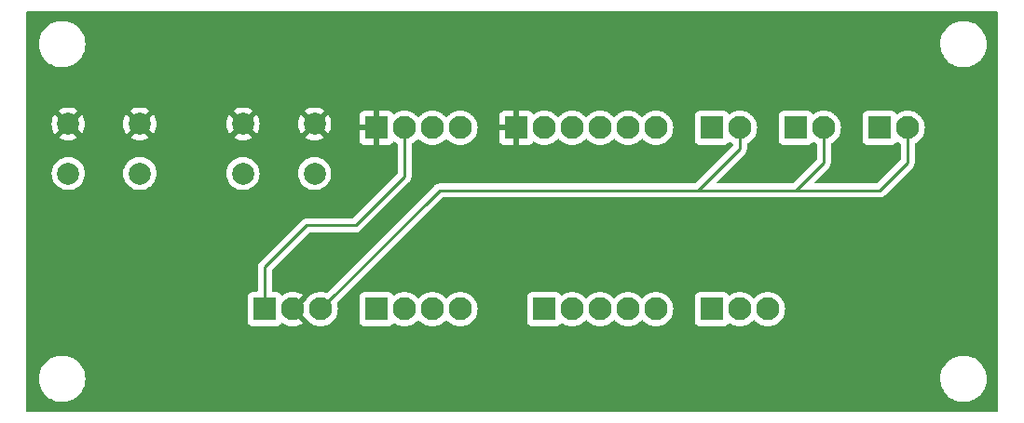
<source format=gbr>
%TF.GenerationSoftware,KiCad,Pcbnew,(6.0.2)*%
%TF.CreationDate,2022-02-21T21:29:37+01:00*%
%TF.ProjectId,tapa,74617061-2e6b-4696-9361-645f70636258,rev?*%
%TF.SameCoordinates,Original*%
%TF.FileFunction,Copper,L2,Bot*%
%TF.FilePolarity,Positive*%
%FSLAX46Y46*%
G04 Gerber Fmt 4.6, Leading zero omitted, Abs format (unit mm)*
G04 Created by KiCad (PCBNEW (6.0.2)) date 2022-02-21 21:29:37*
%MOMM*%
%LPD*%
G01*
G04 APERTURE LIST*
%TA.AperFunction,ComponentPad*%
%ADD10C,2.000000*%
%TD*%
%TA.AperFunction,ComponentPad*%
%ADD11R,2.100000X2.100000*%
%TD*%
%TA.AperFunction,ComponentPad*%
%ADD12C,2.100000*%
%TD*%
%TA.AperFunction,Conductor*%
%ADD13C,0.250000*%
%TD*%
G04 APERTURE END LIST*
D10*
%TO.P,SW1,1,1*%
%TO.N,GND*%
X77545000Y-61885000D03*
X71045000Y-61885000D03*
%TO.P,SW1,2,2*%
%TO.N,ENTER*%
X71045000Y-66385000D03*
X77545000Y-66385000D03*
%TD*%
D11*
%TO.P,SW3,1,B*%
%TO.N,GND*%
X111760000Y-62230000D03*
D12*
%TO.P,SW3,2,A*%
%TO.N,UP*%
X114300000Y-62230000D03*
%TO.P,SW3,3,C*%
%TO.N,DOWN*%
X116840000Y-62230000D03*
%TO.P,SW3,4,A*%
%TO.N,AVANCE*%
X119380000Y-62230000D03*
%TO.P,SW3,5,B*%
%TO.N,MICRO5V_B*%
X121920000Y-62230000D03*
%TO.P,SW3,6,C*%
%TO.N,RETROCESO*%
X124460000Y-62230000D03*
%TD*%
D10*
%TO.P,SW2,1,1*%
%TO.N,GND*%
X93420000Y-61885000D03*
X86920000Y-61885000D03*
%TO.P,SW2,2,2*%
%TO.N,ESC*%
X86920000Y-66385000D03*
X93420000Y-66385000D03*
%TD*%
D11*
%TO.P,J4,1,Pin_1*%
%TO.N,LR24V*%
X129540000Y-78740000D03*
D12*
%TO.P,J4,2,Pin_2*%
%TO.N,MICRO24V*%
X132080000Y-78740000D03*
%TO.P,J4,3,Pin_3*%
%TO.N,EMER24V*%
X134620000Y-78740000D03*
%TD*%
D11*
%TO.P,J1,1,Pin_1*%
%TO.N,+5V*%
X88900000Y-78740000D03*
D12*
%TO.P,J1,2,Pin_2*%
%TO.N,GND*%
X91440000Y-78740000D03*
%TO.P,J1,3,Pin_3*%
%TO.N,+24V*%
X93980000Y-78740000D03*
%TD*%
D11*
%TO.P,SW6,1*%
%TO.N,EMER24V*%
X144780000Y-62230000D03*
D12*
%TO.P,SW6,2*%
%TO.N,+24V*%
X147320000Y-62230000D03*
%TD*%
D11*
%TO.P,J5,1,Pin_1*%
%TO.N,GND*%
X99055000Y-62230000D03*
D12*
%TO.P,J5,2,Pin_2*%
%TO.N,+5V*%
X101595000Y-62230000D03*
%TO.P,J5,3,Pin_3*%
%TO.N,SDA*%
X104135000Y-62230000D03*
%TO.P,J5,4,Pin_4*%
%TO.N,SCL*%
X106675000Y-62230000D03*
%TD*%
D11*
%TO.P,SW4,1*%
%TO.N,LR24V*%
X129540000Y-62230000D03*
D12*
%TO.P,SW4,2*%
%TO.N,+24V*%
X132080000Y-62230000D03*
%TD*%
D11*
%TO.P,SW5,1*%
%TO.N,MICRO24V*%
X137160000Y-62230000D03*
D12*
%TO.P,SW5,2*%
%TO.N,+24V*%
X139700000Y-62230000D03*
%TD*%
D11*
%TO.P,J3,1,Pin_1*%
%TO.N,UP*%
X114300000Y-78740000D03*
D12*
%TO.P,J3,2,Pin_2*%
%TO.N,DOWN*%
X116840000Y-78740000D03*
%TO.P,J3,3,Pin_3*%
%TO.N,AVANCE*%
X119380000Y-78740000D03*
%TO.P,J3,4,Pin_4*%
%TO.N,MICRO5V_B*%
X121920000Y-78740000D03*
%TO.P,J3,5,Pin_5*%
%TO.N,RETROCESO*%
X124460000Y-78740000D03*
%TD*%
D11*
%TO.P,J2,1,Pin_1*%
%TO.N,ENTER*%
X99055000Y-78740000D03*
D12*
%TO.P,J2,2,Pin_2*%
%TO.N,ESC*%
X101595000Y-78740000D03*
%TO.P,J2,3,Pin_3*%
%TO.N,SDA*%
X104135000Y-78740000D03*
%TO.P,J2,4,Pin_4*%
%TO.N,SCL*%
X106675000Y-78740000D03*
%TD*%
D13*
%TO.N,+24V*%
X132080000Y-64135000D02*
X128270000Y-67945000D01*
X132080000Y-62230000D02*
X132080000Y-64135000D01*
X128270000Y-67945000D02*
X144780000Y-67945000D01*
X104775000Y-67945000D02*
X128270000Y-67945000D01*
X139700000Y-65405000D02*
X137160000Y-67945000D01*
X139700000Y-62230000D02*
X139700000Y-65405000D01*
X147320000Y-65405000D02*
X147320000Y-62230000D01*
X144780000Y-67945000D02*
X147320000Y-65405000D01*
X93980000Y-78740000D02*
X104775000Y-67945000D01*
%TO.N,+5V*%
X97155000Y-71120000D02*
X92710000Y-71120000D01*
X101600000Y-66675000D02*
X97155000Y-71120000D01*
X92710000Y-71120000D02*
X88900000Y-74930000D01*
X101600000Y-63719924D02*
X101600000Y-66675000D01*
X101595000Y-63714924D02*
X101600000Y-63719924D01*
X101595000Y-62230000D02*
X101595000Y-63714924D01*
X88900000Y-74930000D02*
X88900000Y-78740000D01*
%TD*%
%TA.AperFunction,Conductor*%
%TO.N,GND*%
G36*
X155474121Y-51648002D02*
G01*
X155520614Y-51701658D01*
X155532000Y-51754000D01*
X155532000Y-87946000D01*
X155511998Y-88014121D01*
X155458342Y-88060614D01*
X155406000Y-88072000D01*
X67309000Y-88072000D01*
X67240879Y-88051998D01*
X67194386Y-87998342D01*
X67183000Y-87946000D01*
X67183000Y-85067874D01*
X68372190Y-85067874D01*
X68388735Y-85354820D01*
X68389560Y-85359025D01*
X68389561Y-85359033D01*
X68402448Y-85424718D01*
X68444070Y-85636865D01*
X68445457Y-85640916D01*
X68465927Y-85700703D01*
X68537171Y-85908792D01*
X68666316Y-86165567D01*
X68668742Y-86169096D01*
X68668745Y-86169102D01*
X68707587Y-86225617D01*
X68829114Y-86402439D01*
X69022553Y-86615026D01*
X69025841Y-86617775D01*
X69239761Y-86796641D01*
X69239766Y-86796645D01*
X69243053Y-86799393D01*
X69364794Y-86875761D01*
X69482895Y-86949846D01*
X69482899Y-86949848D01*
X69486535Y-86952129D01*
X69748493Y-87070407D01*
X70024079Y-87152040D01*
X70028313Y-87152688D01*
X70028318Y-87152689D01*
X70279095Y-87191063D01*
X70308195Y-87195516D01*
X70454580Y-87197815D01*
X70591291Y-87199963D01*
X70591297Y-87199963D01*
X70595582Y-87200030D01*
X70880923Y-87165500D01*
X71158937Y-87092565D01*
X71162897Y-87090925D01*
X71162902Y-87090923D01*
X71305911Y-87031686D01*
X71424481Y-86982573D01*
X71672641Y-86837560D01*
X71898823Y-86660210D01*
X72098844Y-86453804D01*
X72101377Y-86450356D01*
X72101381Y-86450351D01*
X72266464Y-86225617D01*
X72269002Y-86222162D01*
X72406149Y-85969571D01*
X72507745Y-85700703D01*
X72571912Y-85420534D01*
X72597463Y-85134250D01*
X72597926Y-85090000D01*
X72597757Y-85087519D01*
X72596418Y-85067874D01*
X150287190Y-85067874D01*
X150303735Y-85354820D01*
X150304560Y-85359025D01*
X150304561Y-85359033D01*
X150317448Y-85424718D01*
X150359070Y-85636865D01*
X150360457Y-85640916D01*
X150380927Y-85700703D01*
X150452171Y-85908792D01*
X150581316Y-86165567D01*
X150583742Y-86169096D01*
X150583745Y-86169102D01*
X150622587Y-86225617D01*
X150744114Y-86402439D01*
X150937553Y-86615026D01*
X150940841Y-86617775D01*
X151154761Y-86796641D01*
X151154766Y-86796645D01*
X151158053Y-86799393D01*
X151279794Y-86875761D01*
X151397895Y-86949846D01*
X151397899Y-86949848D01*
X151401535Y-86952129D01*
X151663493Y-87070407D01*
X151939079Y-87152040D01*
X151943313Y-87152688D01*
X151943318Y-87152689D01*
X152194095Y-87191063D01*
X152223195Y-87195516D01*
X152369580Y-87197815D01*
X152506291Y-87199963D01*
X152506297Y-87199963D01*
X152510582Y-87200030D01*
X152795923Y-87165500D01*
X153073937Y-87092565D01*
X153077897Y-87090925D01*
X153077902Y-87090923D01*
X153220911Y-87031686D01*
X153339481Y-86982573D01*
X153587641Y-86837560D01*
X153813823Y-86660210D01*
X154013844Y-86453804D01*
X154016377Y-86450356D01*
X154016381Y-86450351D01*
X154181464Y-86225617D01*
X154184002Y-86222162D01*
X154321149Y-85969571D01*
X154422745Y-85700703D01*
X154486912Y-85420534D01*
X154512463Y-85134250D01*
X154512926Y-85090000D01*
X154512757Y-85087519D01*
X154493669Y-84807520D01*
X154493668Y-84807514D01*
X154493377Y-84803243D01*
X154488841Y-84781337D01*
X154435962Y-84525998D01*
X154435091Y-84521792D01*
X154427556Y-84500512D01*
X154340579Y-84254897D01*
X154339148Y-84250856D01*
X154207321Y-83995447D01*
X154042052Y-83760293D01*
X153846397Y-83549743D01*
X153623978Y-83367695D01*
X153378910Y-83217517D01*
X153374993Y-83215798D01*
X153374990Y-83215796D01*
X153258678Y-83164739D01*
X153115728Y-83101989D01*
X153111600Y-83100813D01*
X153111597Y-83100812D01*
X153025693Y-83076342D01*
X152839302Y-83023247D01*
X152835060Y-83022643D01*
X152835054Y-83022642D01*
X152558998Y-82983353D01*
X152554747Y-82982748D01*
X152403246Y-82981955D01*
X152271614Y-82981265D01*
X152271608Y-82981265D01*
X152267328Y-82981243D01*
X152263083Y-82981802D01*
X152263081Y-82981802D01*
X152197784Y-82990399D01*
X151982365Y-83018760D01*
X151705129Y-83094603D01*
X151440752Y-83207369D01*
X151437071Y-83209572D01*
X151197806Y-83352768D01*
X151197802Y-83352771D01*
X151194124Y-83354972D01*
X151190781Y-83357650D01*
X151190777Y-83357653D01*
X151178243Y-83367695D01*
X150969811Y-83534681D01*
X150771963Y-83743170D01*
X150604240Y-83976581D01*
X150469746Y-84230596D01*
X150370971Y-84500512D01*
X150309741Y-84781337D01*
X150287190Y-85067874D01*
X72596418Y-85067874D01*
X72578669Y-84807520D01*
X72578668Y-84807514D01*
X72578377Y-84803243D01*
X72573841Y-84781337D01*
X72520962Y-84525998D01*
X72520091Y-84521792D01*
X72512556Y-84500512D01*
X72425579Y-84254897D01*
X72424148Y-84250856D01*
X72292321Y-83995447D01*
X72127052Y-83760293D01*
X71931397Y-83549743D01*
X71708978Y-83367695D01*
X71463910Y-83217517D01*
X71459993Y-83215798D01*
X71459990Y-83215796D01*
X71343678Y-83164739D01*
X71200728Y-83101989D01*
X71196600Y-83100813D01*
X71196597Y-83100812D01*
X71110693Y-83076342D01*
X70924302Y-83023247D01*
X70920060Y-83022643D01*
X70920054Y-83022642D01*
X70643998Y-82983353D01*
X70639747Y-82982748D01*
X70488246Y-82981955D01*
X70356614Y-82981265D01*
X70356608Y-82981265D01*
X70352328Y-82981243D01*
X70348083Y-82981802D01*
X70348081Y-82981802D01*
X70282784Y-82990399D01*
X70067365Y-83018760D01*
X69790129Y-83094603D01*
X69525752Y-83207369D01*
X69522071Y-83209572D01*
X69282806Y-83352768D01*
X69282802Y-83352771D01*
X69279124Y-83354972D01*
X69275781Y-83357650D01*
X69275777Y-83357653D01*
X69263243Y-83367695D01*
X69054811Y-83534681D01*
X68856963Y-83743170D01*
X68689240Y-83976581D01*
X68554746Y-84230596D01*
X68455971Y-84500512D01*
X68394741Y-84781337D01*
X68372190Y-85067874D01*
X67183000Y-85067874D01*
X67183000Y-79838134D01*
X87341500Y-79838134D01*
X87348255Y-79900316D01*
X87399385Y-80036705D01*
X87486739Y-80153261D01*
X87603295Y-80240615D01*
X87739684Y-80291745D01*
X87801866Y-80298500D01*
X89998134Y-80298500D01*
X90060316Y-80291745D01*
X90196705Y-80240615D01*
X90313261Y-80153261D01*
X90386430Y-80055633D01*
X90443288Y-80013118D01*
X90514107Y-80008092D01*
X90553090Y-80023766D01*
X90726272Y-80129893D01*
X90735067Y-80134375D01*
X90952490Y-80224434D01*
X90961875Y-80227483D01*
X91190708Y-80282422D01*
X91200455Y-80283965D01*
X91435070Y-80302430D01*
X91444930Y-80302430D01*
X91679545Y-80283965D01*
X91689292Y-80282422D01*
X91918125Y-80227483D01*
X91927510Y-80224434D01*
X92144933Y-80134375D01*
X92153728Y-80129893D01*
X92334805Y-80018928D01*
X92344267Y-80008470D01*
X92340484Y-79999694D01*
X91169885Y-78829095D01*
X91135859Y-78766783D01*
X91137694Y-78741132D01*
X91804408Y-78741132D01*
X91804539Y-78742965D01*
X91808790Y-78749580D01*
X92702395Y-79643185D01*
X92713810Y-79656549D01*
X92715248Y-79658896D01*
X92874567Y-79845433D01*
X92878323Y-79848641D01*
X93055182Y-79999694D01*
X93061104Y-80004752D01*
X93065327Y-80007340D01*
X93065330Y-80007342D01*
X93084237Y-80018928D01*
X93270268Y-80132927D01*
X93414967Y-80192864D01*
X93492335Y-80224911D01*
X93492337Y-80224912D01*
X93496908Y-80226805D01*
X93531997Y-80235229D01*
X93730630Y-80282917D01*
X93730636Y-80282918D01*
X93735443Y-80284072D01*
X93980000Y-80303319D01*
X94224557Y-80284072D01*
X94229364Y-80282918D01*
X94229370Y-80282917D01*
X94428003Y-80235229D01*
X94463092Y-80226805D01*
X94467663Y-80224912D01*
X94467665Y-80224911D01*
X94545033Y-80192864D01*
X94689732Y-80132927D01*
X94875763Y-80018928D01*
X94894670Y-80007342D01*
X94894673Y-80007340D01*
X94898896Y-80004752D01*
X94904819Y-79999694D01*
X95081677Y-79848641D01*
X95085433Y-79845433D01*
X95091667Y-79838134D01*
X97496500Y-79838134D01*
X97503255Y-79900316D01*
X97554385Y-80036705D01*
X97641739Y-80153261D01*
X97758295Y-80240615D01*
X97894684Y-80291745D01*
X97956866Y-80298500D01*
X100153134Y-80298500D01*
X100215316Y-80291745D01*
X100351705Y-80240615D01*
X100468261Y-80153261D01*
X100541128Y-80056035D01*
X100597988Y-80013521D01*
X100668806Y-80008496D01*
X100707789Y-80024168D01*
X100885268Y-80132927D01*
X101029967Y-80192864D01*
X101107335Y-80224911D01*
X101107337Y-80224912D01*
X101111908Y-80226805D01*
X101146997Y-80235229D01*
X101345630Y-80282917D01*
X101345636Y-80282918D01*
X101350443Y-80284072D01*
X101595000Y-80303319D01*
X101839557Y-80284072D01*
X101844364Y-80282918D01*
X101844370Y-80282917D01*
X102043003Y-80235229D01*
X102078092Y-80226805D01*
X102082663Y-80224912D01*
X102082665Y-80224911D01*
X102160033Y-80192864D01*
X102304732Y-80132927D01*
X102490763Y-80018928D01*
X102509670Y-80007342D01*
X102509673Y-80007340D01*
X102513896Y-80004752D01*
X102519819Y-79999694D01*
X102696677Y-79848641D01*
X102700433Y-79845433D01*
X102769189Y-79764931D01*
X102828640Y-79726122D01*
X102899635Y-79725616D01*
X102960811Y-79764931D01*
X103029567Y-79845433D01*
X103033323Y-79848641D01*
X103210182Y-79999694D01*
X103216104Y-80004752D01*
X103220327Y-80007340D01*
X103220330Y-80007342D01*
X103239237Y-80018928D01*
X103425268Y-80132927D01*
X103569967Y-80192864D01*
X103647335Y-80224911D01*
X103647337Y-80224912D01*
X103651908Y-80226805D01*
X103686997Y-80235229D01*
X103885630Y-80282917D01*
X103885636Y-80282918D01*
X103890443Y-80284072D01*
X104135000Y-80303319D01*
X104379557Y-80284072D01*
X104384364Y-80282918D01*
X104384370Y-80282917D01*
X104583003Y-80235229D01*
X104618092Y-80226805D01*
X104622663Y-80224912D01*
X104622665Y-80224911D01*
X104700033Y-80192864D01*
X104844732Y-80132927D01*
X105030763Y-80018928D01*
X105049670Y-80007342D01*
X105049673Y-80007340D01*
X105053896Y-80004752D01*
X105059819Y-79999694D01*
X105236677Y-79848641D01*
X105240433Y-79845433D01*
X105309189Y-79764931D01*
X105368640Y-79726122D01*
X105439635Y-79725616D01*
X105500811Y-79764931D01*
X105569567Y-79845433D01*
X105573323Y-79848641D01*
X105750182Y-79999694D01*
X105756104Y-80004752D01*
X105760327Y-80007340D01*
X105760330Y-80007342D01*
X105779237Y-80018928D01*
X105965268Y-80132927D01*
X106109967Y-80192864D01*
X106187335Y-80224911D01*
X106187337Y-80224912D01*
X106191908Y-80226805D01*
X106226997Y-80235229D01*
X106425630Y-80282917D01*
X106425636Y-80282918D01*
X106430443Y-80284072D01*
X106675000Y-80303319D01*
X106919557Y-80284072D01*
X106924364Y-80282918D01*
X106924370Y-80282917D01*
X107123003Y-80235229D01*
X107158092Y-80226805D01*
X107162663Y-80224912D01*
X107162665Y-80224911D01*
X107240033Y-80192864D01*
X107384732Y-80132927D01*
X107570763Y-80018928D01*
X107589670Y-80007342D01*
X107589673Y-80007340D01*
X107593896Y-80004752D01*
X107599819Y-79999694D01*
X107776677Y-79848641D01*
X107780433Y-79845433D01*
X107786667Y-79838134D01*
X112741500Y-79838134D01*
X112748255Y-79900316D01*
X112799385Y-80036705D01*
X112886739Y-80153261D01*
X113003295Y-80240615D01*
X113139684Y-80291745D01*
X113201866Y-80298500D01*
X115398134Y-80298500D01*
X115460316Y-80291745D01*
X115596705Y-80240615D01*
X115713261Y-80153261D01*
X115786128Y-80056035D01*
X115842988Y-80013521D01*
X115913806Y-80008496D01*
X115952789Y-80024168D01*
X116130268Y-80132927D01*
X116274967Y-80192864D01*
X116352335Y-80224911D01*
X116352337Y-80224912D01*
X116356908Y-80226805D01*
X116391997Y-80235229D01*
X116590630Y-80282917D01*
X116590636Y-80282918D01*
X116595443Y-80284072D01*
X116840000Y-80303319D01*
X117084557Y-80284072D01*
X117089364Y-80282918D01*
X117089370Y-80282917D01*
X117288003Y-80235229D01*
X117323092Y-80226805D01*
X117327663Y-80224912D01*
X117327665Y-80224911D01*
X117405033Y-80192864D01*
X117549732Y-80132927D01*
X117735763Y-80018928D01*
X117754670Y-80007342D01*
X117754673Y-80007340D01*
X117758896Y-80004752D01*
X117764819Y-79999694D01*
X117941677Y-79848641D01*
X117945433Y-79845433D01*
X118014189Y-79764931D01*
X118073640Y-79726122D01*
X118144635Y-79725616D01*
X118205811Y-79764931D01*
X118274567Y-79845433D01*
X118278323Y-79848641D01*
X118455182Y-79999694D01*
X118461104Y-80004752D01*
X118465327Y-80007340D01*
X118465330Y-80007342D01*
X118484237Y-80018928D01*
X118670268Y-80132927D01*
X118814967Y-80192864D01*
X118892335Y-80224911D01*
X118892337Y-80224912D01*
X118896908Y-80226805D01*
X118931997Y-80235229D01*
X119130630Y-80282917D01*
X119130636Y-80282918D01*
X119135443Y-80284072D01*
X119380000Y-80303319D01*
X119624557Y-80284072D01*
X119629364Y-80282918D01*
X119629370Y-80282917D01*
X119828003Y-80235229D01*
X119863092Y-80226805D01*
X119867663Y-80224912D01*
X119867665Y-80224911D01*
X119945033Y-80192864D01*
X120089732Y-80132927D01*
X120275763Y-80018928D01*
X120294670Y-80007342D01*
X120294673Y-80007340D01*
X120298896Y-80004752D01*
X120304819Y-79999694D01*
X120481677Y-79848641D01*
X120485433Y-79845433D01*
X120554189Y-79764931D01*
X120613640Y-79726122D01*
X120684635Y-79725616D01*
X120745811Y-79764931D01*
X120814567Y-79845433D01*
X120818323Y-79848641D01*
X120995182Y-79999694D01*
X121001104Y-80004752D01*
X121005327Y-80007340D01*
X121005330Y-80007342D01*
X121024237Y-80018928D01*
X121210268Y-80132927D01*
X121354967Y-80192864D01*
X121432335Y-80224911D01*
X121432337Y-80224912D01*
X121436908Y-80226805D01*
X121471997Y-80235229D01*
X121670630Y-80282917D01*
X121670636Y-80282918D01*
X121675443Y-80284072D01*
X121920000Y-80303319D01*
X122164557Y-80284072D01*
X122169364Y-80282918D01*
X122169370Y-80282917D01*
X122368003Y-80235229D01*
X122403092Y-80226805D01*
X122407663Y-80224912D01*
X122407665Y-80224911D01*
X122485033Y-80192864D01*
X122629732Y-80132927D01*
X122815763Y-80018928D01*
X122834670Y-80007342D01*
X122834673Y-80007340D01*
X122838896Y-80004752D01*
X122844819Y-79999694D01*
X123021677Y-79848641D01*
X123025433Y-79845433D01*
X123094189Y-79764931D01*
X123153640Y-79726122D01*
X123224635Y-79725616D01*
X123285811Y-79764931D01*
X123354567Y-79845433D01*
X123358323Y-79848641D01*
X123535182Y-79999694D01*
X123541104Y-80004752D01*
X123545327Y-80007340D01*
X123545330Y-80007342D01*
X123564237Y-80018928D01*
X123750268Y-80132927D01*
X123894967Y-80192864D01*
X123972335Y-80224911D01*
X123972337Y-80224912D01*
X123976908Y-80226805D01*
X124011997Y-80235229D01*
X124210630Y-80282917D01*
X124210636Y-80282918D01*
X124215443Y-80284072D01*
X124460000Y-80303319D01*
X124704557Y-80284072D01*
X124709364Y-80282918D01*
X124709370Y-80282917D01*
X124908003Y-80235229D01*
X124943092Y-80226805D01*
X124947663Y-80224912D01*
X124947665Y-80224911D01*
X125025033Y-80192864D01*
X125169732Y-80132927D01*
X125355763Y-80018928D01*
X125374670Y-80007342D01*
X125374673Y-80007340D01*
X125378896Y-80004752D01*
X125384819Y-79999694D01*
X125561677Y-79848641D01*
X125565433Y-79845433D01*
X125571667Y-79838134D01*
X127981500Y-79838134D01*
X127988255Y-79900316D01*
X128039385Y-80036705D01*
X128126739Y-80153261D01*
X128243295Y-80240615D01*
X128379684Y-80291745D01*
X128441866Y-80298500D01*
X130638134Y-80298500D01*
X130700316Y-80291745D01*
X130836705Y-80240615D01*
X130953261Y-80153261D01*
X131026128Y-80056035D01*
X131082988Y-80013521D01*
X131153806Y-80008496D01*
X131192789Y-80024168D01*
X131370268Y-80132927D01*
X131514967Y-80192864D01*
X131592335Y-80224911D01*
X131592337Y-80224912D01*
X131596908Y-80226805D01*
X131631997Y-80235229D01*
X131830630Y-80282917D01*
X131830636Y-80282918D01*
X131835443Y-80284072D01*
X132080000Y-80303319D01*
X132324557Y-80284072D01*
X132329364Y-80282918D01*
X132329370Y-80282917D01*
X132528003Y-80235229D01*
X132563092Y-80226805D01*
X132567663Y-80224912D01*
X132567665Y-80224911D01*
X132645033Y-80192864D01*
X132789732Y-80132927D01*
X132975763Y-80018928D01*
X132994670Y-80007342D01*
X132994673Y-80007340D01*
X132998896Y-80004752D01*
X133004819Y-79999694D01*
X133181677Y-79848641D01*
X133185433Y-79845433D01*
X133254189Y-79764931D01*
X133313640Y-79726122D01*
X133384635Y-79725616D01*
X133445811Y-79764931D01*
X133514567Y-79845433D01*
X133518323Y-79848641D01*
X133695182Y-79999694D01*
X133701104Y-80004752D01*
X133705327Y-80007340D01*
X133705330Y-80007342D01*
X133724237Y-80018928D01*
X133910268Y-80132927D01*
X134054967Y-80192864D01*
X134132335Y-80224911D01*
X134132337Y-80224912D01*
X134136908Y-80226805D01*
X134171997Y-80235229D01*
X134370630Y-80282917D01*
X134370636Y-80282918D01*
X134375443Y-80284072D01*
X134620000Y-80303319D01*
X134864557Y-80284072D01*
X134869364Y-80282918D01*
X134869370Y-80282917D01*
X135068003Y-80235229D01*
X135103092Y-80226805D01*
X135107663Y-80224912D01*
X135107665Y-80224911D01*
X135185033Y-80192864D01*
X135329732Y-80132927D01*
X135515763Y-80018928D01*
X135534670Y-80007342D01*
X135534673Y-80007340D01*
X135538896Y-80004752D01*
X135544819Y-79999694D01*
X135721677Y-79848641D01*
X135725433Y-79845433D01*
X135884752Y-79658896D01*
X136012927Y-79449732D01*
X136106805Y-79223092D01*
X136164072Y-78984557D01*
X136183319Y-78740000D01*
X136164072Y-78495443D01*
X136106805Y-78256908D01*
X136012927Y-78030268D01*
X135884752Y-77821104D01*
X135725433Y-77634567D01*
X135621089Y-77545448D01*
X135542663Y-77478465D01*
X135542660Y-77478463D01*
X135538896Y-77475248D01*
X135534673Y-77472660D01*
X135534670Y-77472658D01*
X135455209Y-77423965D01*
X135329732Y-77347073D01*
X135118000Y-77259370D01*
X135107665Y-77255089D01*
X135107663Y-77255088D01*
X135103092Y-77253195D01*
X134987084Y-77225344D01*
X134869370Y-77197083D01*
X134869364Y-77197082D01*
X134864557Y-77195928D01*
X134620000Y-77176681D01*
X134375443Y-77195928D01*
X134370636Y-77197082D01*
X134370630Y-77197083D01*
X134252916Y-77225344D01*
X134136908Y-77253195D01*
X134132337Y-77255088D01*
X134132335Y-77255089D01*
X134122000Y-77259370D01*
X133910268Y-77347073D01*
X133784791Y-77423965D01*
X133705330Y-77472658D01*
X133705327Y-77472660D01*
X133701104Y-77475248D01*
X133697340Y-77478463D01*
X133697337Y-77478465D01*
X133618911Y-77545448D01*
X133514567Y-77634567D01*
X133511359Y-77638323D01*
X133445811Y-77715069D01*
X133386360Y-77753878D01*
X133315365Y-77754384D01*
X133254189Y-77715069D01*
X133188641Y-77638323D01*
X133185433Y-77634567D01*
X133081089Y-77545448D01*
X133002663Y-77478465D01*
X133002660Y-77478463D01*
X132998896Y-77475248D01*
X132994673Y-77472660D01*
X132994670Y-77472658D01*
X132915209Y-77423965D01*
X132789732Y-77347073D01*
X132578000Y-77259370D01*
X132567665Y-77255089D01*
X132567663Y-77255088D01*
X132563092Y-77253195D01*
X132447084Y-77225344D01*
X132329370Y-77197083D01*
X132329364Y-77197082D01*
X132324557Y-77195928D01*
X132080000Y-77176681D01*
X131835443Y-77195928D01*
X131830636Y-77197082D01*
X131830630Y-77197083D01*
X131712916Y-77225344D01*
X131596908Y-77253195D01*
X131592337Y-77255088D01*
X131592335Y-77255089D01*
X131582000Y-77259370D01*
X131370268Y-77347073D01*
X131244791Y-77423965D01*
X131192788Y-77455832D01*
X131124255Y-77474370D01*
X131056578Y-77452913D01*
X131026128Y-77423965D01*
X130970774Y-77350107D01*
X130953261Y-77326739D01*
X130836705Y-77239385D01*
X130700316Y-77188255D01*
X130638134Y-77181500D01*
X128441866Y-77181500D01*
X128379684Y-77188255D01*
X128243295Y-77239385D01*
X128126739Y-77326739D01*
X128039385Y-77443295D01*
X127988255Y-77579684D01*
X127981500Y-77641866D01*
X127981500Y-79838134D01*
X125571667Y-79838134D01*
X125724752Y-79658896D01*
X125852927Y-79449732D01*
X125946805Y-79223092D01*
X126004072Y-78984557D01*
X126023319Y-78740000D01*
X126004072Y-78495443D01*
X125946805Y-78256908D01*
X125852927Y-78030268D01*
X125724752Y-77821104D01*
X125565433Y-77634567D01*
X125461089Y-77545448D01*
X125382663Y-77478465D01*
X125382660Y-77478463D01*
X125378896Y-77475248D01*
X125374673Y-77472660D01*
X125374670Y-77472658D01*
X125295209Y-77423965D01*
X125169732Y-77347073D01*
X124958000Y-77259370D01*
X124947665Y-77255089D01*
X124947663Y-77255088D01*
X124943092Y-77253195D01*
X124827084Y-77225344D01*
X124709370Y-77197083D01*
X124709364Y-77197082D01*
X124704557Y-77195928D01*
X124460000Y-77176681D01*
X124215443Y-77195928D01*
X124210636Y-77197082D01*
X124210630Y-77197083D01*
X124092916Y-77225344D01*
X123976908Y-77253195D01*
X123972337Y-77255088D01*
X123972335Y-77255089D01*
X123962000Y-77259370D01*
X123750268Y-77347073D01*
X123624791Y-77423965D01*
X123545330Y-77472658D01*
X123545327Y-77472660D01*
X123541104Y-77475248D01*
X123537340Y-77478463D01*
X123537337Y-77478465D01*
X123458911Y-77545448D01*
X123354567Y-77634567D01*
X123351359Y-77638323D01*
X123285811Y-77715069D01*
X123226360Y-77753878D01*
X123155365Y-77754384D01*
X123094189Y-77715069D01*
X123028641Y-77638323D01*
X123025433Y-77634567D01*
X122921089Y-77545448D01*
X122842663Y-77478465D01*
X122842660Y-77478463D01*
X122838896Y-77475248D01*
X122834673Y-77472660D01*
X122834670Y-77472658D01*
X122755209Y-77423965D01*
X122629732Y-77347073D01*
X122418000Y-77259370D01*
X122407665Y-77255089D01*
X122407663Y-77255088D01*
X122403092Y-77253195D01*
X122287084Y-77225344D01*
X122169370Y-77197083D01*
X122169364Y-77197082D01*
X122164557Y-77195928D01*
X121920000Y-77176681D01*
X121675443Y-77195928D01*
X121670636Y-77197082D01*
X121670630Y-77197083D01*
X121552916Y-77225344D01*
X121436908Y-77253195D01*
X121432337Y-77255088D01*
X121432335Y-77255089D01*
X121422000Y-77259370D01*
X121210268Y-77347073D01*
X121084791Y-77423965D01*
X121005330Y-77472658D01*
X121005327Y-77472660D01*
X121001104Y-77475248D01*
X120997340Y-77478463D01*
X120997337Y-77478465D01*
X120918911Y-77545448D01*
X120814567Y-77634567D01*
X120811359Y-77638323D01*
X120745811Y-77715069D01*
X120686360Y-77753878D01*
X120615365Y-77754384D01*
X120554189Y-77715069D01*
X120488641Y-77638323D01*
X120485433Y-77634567D01*
X120381089Y-77545448D01*
X120302663Y-77478465D01*
X120302660Y-77478463D01*
X120298896Y-77475248D01*
X120294673Y-77472660D01*
X120294670Y-77472658D01*
X120215209Y-77423965D01*
X120089732Y-77347073D01*
X119878000Y-77259370D01*
X119867665Y-77255089D01*
X119867663Y-77255088D01*
X119863092Y-77253195D01*
X119747084Y-77225344D01*
X119629370Y-77197083D01*
X119629364Y-77197082D01*
X119624557Y-77195928D01*
X119380000Y-77176681D01*
X119135443Y-77195928D01*
X119130636Y-77197082D01*
X119130630Y-77197083D01*
X119012916Y-77225344D01*
X118896908Y-77253195D01*
X118892337Y-77255088D01*
X118892335Y-77255089D01*
X118882000Y-77259370D01*
X118670268Y-77347073D01*
X118544791Y-77423965D01*
X118465330Y-77472658D01*
X118465327Y-77472660D01*
X118461104Y-77475248D01*
X118457340Y-77478463D01*
X118457337Y-77478465D01*
X118378911Y-77545448D01*
X118274567Y-77634567D01*
X118271359Y-77638323D01*
X118205811Y-77715069D01*
X118146360Y-77753878D01*
X118075365Y-77754384D01*
X118014189Y-77715069D01*
X117948641Y-77638323D01*
X117945433Y-77634567D01*
X117841089Y-77545448D01*
X117762663Y-77478465D01*
X117762660Y-77478463D01*
X117758896Y-77475248D01*
X117754673Y-77472660D01*
X117754670Y-77472658D01*
X117675209Y-77423965D01*
X117549732Y-77347073D01*
X117338000Y-77259370D01*
X117327665Y-77255089D01*
X117327663Y-77255088D01*
X117323092Y-77253195D01*
X117207084Y-77225344D01*
X117089370Y-77197083D01*
X117089364Y-77197082D01*
X117084557Y-77195928D01*
X116840000Y-77176681D01*
X116595443Y-77195928D01*
X116590636Y-77197082D01*
X116590630Y-77197083D01*
X116472916Y-77225344D01*
X116356908Y-77253195D01*
X116352337Y-77255088D01*
X116352335Y-77255089D01*
X116342000Y-77259370D01*
X116130268Y-77347073D01*
X116004791Y-77423965D01*
X115952788Y-77455832D01*
X115884255Y-77474370D01*
X115816578Y-77452913D01*
X115786128Y-77423965D01*
X115730774Y-77350107D01*
X115713261Y-77326739D01*
X115596705Y-77239385D01*
X115460316Y-77188255D01*
X115398134Y-77181500D01*
X113201866Y-77181500D01*
X113139684Y-77188255D01*
X113003295Y-77239385D01*
X112886739Y-77326739D01*
X112799385Y-77443295D01*
X112748255Y-77579684D01*
X112741500Y-77641866D01*
X112741500Y-79838134D01*
X107786667Y-79838134D01*
X107939752Y-79658896D01*
X108067927Y-79449732D01*
X108161805Y-79223092D01*
X108219072Y-78984557D01*
X108238319Y-78740000D01*
X108219072Y-78495443D01*
X108161805Y-78256908D01*
X108067927Y-78030268D01*
X107939752Y-77821104D01*
X107780433Y-77634567D01*
X107676089Y-77545448D01*
X107597663Y-77478465D01*
X107597660Y-77478463D01*
X107593896Y-77475248D01*
X107589673Y-77472660D01*
X107589670Y-77472658D01*
X107510209Y-77423965D01*
X107384732Y-77347073D01*
X107173000Y-77259370D01*
X107162665Y-77255089D01*
X107162663Y-77255088D01*
X107158092Y-77253195D01*
X107042084Y-77225344D01*
X106924370Y-77197083D01*
X106924364Y-77197082D01*
X106919557Y-77195928D01*
X106675000Y-77176681D01*
X106430443Y-77195928D01*
X106425636Y-77197082D01*
X106425630Y-77197083D01*
X106307916Y-77225344D01*
X106191908Y-77253195D01*
X106187337Y-77255088D01*
X106187335Y-77255089D01*
X106177000Y-77259370D01*
X105965268Y-77347073D01*
X105839791Y-77423965D01*
X105760330Y-77472658D01*
X105760327Y-77472660D01*
X105756104Y-77475248D01*
X105752340Y-77478463D01*
X105752337Y-77478465D01*
X105673911Y-77545448D01*
X105569567Y-77634567D01*
X105566359Y-77638323D01*
X105500811Y-77715069D01*
X105441360Y-77753878D01*
X105370365Y-77754384D01*
X105309189Y-77715069D01*
X105243641Y-77638323D01*
X105240433Y-77634567D01*
X105136089Y-77545448D01*
X105057663Y-77478465D01*
X105057660Y-77478463D01*
X105053896Y-77475248D01*
X105049673Y-77472660D01*
X105049670Y-77472658D01*
X104970209Y-77423965D01*
X104844732Y-77347073D01*
X104633000Y-77259370D01*
X104622665Y-77255089D01*
X104622663Y-77255088D01*
X104618092Y-77253195D01*
X104502084Y-77225344D01*
X104384370Y-77197083D01*
X104384364Y-77197082D01*
X104379557Y-77195928D01*
X104135000Y-77176681D01*
X103890443Y-77195928D01*
X103885636Y-77197082D01*
X103885630Y-77197083D01*
X103767916Y-77225344D01*
X103651908Y-77253195D01*
X103647337Y-77255088D01*
X103647335Y-77255089D01*
X103637000Y-77259370D01*
X103425268Y-77347073D01*
X103299791Y-77423965D01*
X103220330Y-77472658D01*
X103220327Y-77472660D01*
X103216104Y-77475248D01*
X103212340Y-77478463D01*
X103212337Y-77478465D01*
X103133911Y-77545448D01*
X103029567Y-77634567D01*
X103026359Y-77638323D01*
X102960811Y-77715069D01*
X102901360Y-77753878D01*
X102830365Y-77754384D01*
X102769189Y-77715069D01*
X102703641Y-77638323D01*
X102700433Y-77634567D01*
X102596089Y-77545448D01*
X102517663Y-77478465D01*
X102517660Y-77478463D01*
X102513896Y-77475248D01*
X102509673Y-77472660D01*
X102509670Y-77472658D01*
X102430209Y-77423965D01*
X102304732Y-77347073D01*
X102093000Y-77259370D01*
X102082665Y-77255089D01*
X102082663Y-77255088D01*
X102078092Y-77253195D01*
X101962084Y-77225344D01*
X101844370Y-77197083D01*
X101844364Y-77197082D01*
X101839557Y-77195928D01*
X101595000Y-77176681D01*
X101350443Y-77195928D01*
X101345636Y-77197082D01*
X101345630Y-77197083D01*
X101227916Y-77225344D01*
X101111908Y-77253195D01*
X101107337Y-77255088D01*
X101107335Y-77255089D01*
X101097000Y-77259370D01*
X100885268Y-77347073D01*
X100759791Y-77423965D01*
X100707788Y-77455832D01*
X100639255Y-77474370D01*
X100571578Y-77452913D01*
X100541128Y-77423965D01*
X100485774Y-77350107D01*
X100468261Y-77326739D01*
X100351705Y-77239385D01*
X100215316Y-77188255D01*
X100153134Y-77181500D01*
X97956866Y-77181500D01*
X97894684Y-77188255D01*
X97758295Y-77239385D01*
X97641739Y-77326739D01*
X97554385Y-77443295D01*
X97503255Y-77579684D01*
X97496500Y-77641866D01*
X97496500Y-79838134D01*
X95091667Y-79838134D01*
X95244752Y-79658896D01*
X95372927Y-79449732D01*
X95466805Y-79223092D01*
X95524072Y-78984557D01*
X95543319Y-78740000D01*
X95524072Y-78495443D01*
X95466805Y-78256908D01*
X95464909Y-78252330D01*
X95463918Y-78249281D01*
X95461890Y-78178313D01*
X95494656Y-78121248D01*
X105000499Y-68615405D01*
X105062811Y-68581379D01*
X105089594Y-68578500D01*
X128191233Y-68578500D01*
X128202416Y-68579027D01*
X128209909Y-68580702D01*
X128217835Y-68580453D01*
X128217836Y-68580453D01*
X128277986Y-68578562D01*
X128281945Y-68578500D01*
X137081233Y-68578500D01*
X137092416Y-68579027D01*
X137099909Y-68580702D01*
X137107835Y-68580453D01*
X137107836Y-68580453D01*
X137167986Y-68578562D01*
X137171945Y-68578500D01*
X144701233Y-68578500D01*
X144712416Y-68579027D01*
X144719909Y-68580702D01*
X144727835Y-68580453D01*
X144727836Y-68580453D01*
X144787986Y-68578562D01*
X144791945Y-68578500D01*
X144819856Y-68578500D01*
X144823791Y-68578003D01*
X144823856Y-68577995D01*
X144835693Y-68577062D01*
X144867951Y-68576048D01*
X144871970Y-68575922D01*
X144879889Y-68575673D01*
X144899343Y-68570021D01*
X144918700Y-68566013D01*
X144930930Y-68564468D01*
X144930931Y-68564468D01*
X144938797Y-68563474D01*
X144946168Y-68560555D01*
X144946170Y-68560555D01*
X144979912Y-68547196D01*
X144991142Y-68543351D01*
X145025983Y-68533229D01*
X145025984Y-68533229D01*
X145033593Y-68531018D01*
X145040412Y-68526985D01*
X145040417Y-68526983D01*
X145051028Y-68520707D01*
X145068776Y-68512012D01*
X145087617Y-68504552D01*
X145123387Y-68478564D01*
X145133307Y-68472048D01*
X145164535Y-68453580D01*
X145164538Y-68453578D01*
X145171362Y-68449542D01*
X145185683Y-68435221D01*
X145200717Y-68422380D01*
X145210694Y-68415131D01*
X145217107Y-68410472D01*
X145245298Y-68376395D01*
X145253288Y-68367616D01*
X147712247Y-65908657D01*
X147720537Y-65901113D01*
X147727018Y-65897000D01*
X147773659Y-65847332D01*
X147776413Y-65844491D01*
X147796134Y-65824770D01*
X147798612Y-65821575D01*
X147806318Y-65812553D01*
X147831158Y-65786101D01*
X147836586Y-65780321D01*
X147846346Y-65762568D01*
X147857199Y-65746045D01*
X147864753Y-65736306D01*
X147869613Y-65730041D01*
X147887176Y-65689457D01*
X147892383Y-65678827D01*
X147913695Y-65640060D01*
X147915666Y-65632383D01*
X147915668Y-65632378D01*
X147918732Y-65620442D01*
X147925138Y-65601730D01*
X147930034Y-65590417D01*
X147933181Y-65583145D01*
X147940097Y-65539481D01*
X147942504Y-65527860D01*
X147951528Y-65492711D01*
X147951528Y-65492710D01*
X147953500Y-65485030D01*
X147953500Y-65464769D01*
X147955051Y-65445058D01*
X147956979Y-65432885D01*
X147958219Y-65425057D01*
X147954059Y-65381046D01*
X147953500Y-65369189D01*
X147953500Y-63738546D01*
X147973502Y-63670425D01*
X148022297Y-63626279D01*
X148025154Y-63624823D01*
X148029732Y-63622927D01*
X148033957Y-63620338D01*
X148234670Y-63497342D01*
X148234673Y-63497340D01*
X148238896Y-63494752D01*
X148370499Y-63382352D01*
X148421677Y-63338641D01*
X148425433Y-63335433D01*
X148584752Y-63148896D01*
X148599200Y-63125320D01*
X148629738Y-63075485D01*
X148712927Y-62939732D01*
X148806805Y-62713092D01*
X148839728Y-62575958D01*
X148862917Y-62479370D01*
X148862918Y-62479364D01*
X148864072Y-62474557D01*
X148883319Y-62230000D01*
X148864072Y-61985443D01*
X148861115Y-61973124D01*
X148807960Y-61751720D01*
X148806805Y-61746908D01*
X148712927Y-61520268D01*
X148584752Y-61311104D01*
X148492283Y-61202837D01*
X148428641Y-61128323D01*
X148425433Y-61124567D01*
X148361174Y-61069684D01*
X148242663Y-60968465D01*
X148242660Y-60968463D01*
X148238896Y-60965248D01*
X148234673Y-60962660D01*
X148234670Y-60962658D01*
X148155209Y-60913965D01*
X148029732Y-60837073D01*
X147885033Y-60777136D01*
X147807665Y-60745089D01*
X147807663Y-60745088D01*
X147803092Y-60743195D01*
X147720437Y-60723351D01*
X147569370Y-60687083D01*
X147569364Y-60687082D01*
X147564557Y-60685928D01*
X147320000Y-60666681D01*
X147075443Y-60685928D01*
X147070636Y-60687082D01*
X147070630Y-60687083D01*
X146919563Y-60723351D01*
X146836908Y-60743195D01*
X146832337Y-60745088D01*
X146832335Y-60745089D01*
X146754967Y-60777136D01*
X146610268Y-60837073D01*
X146484791Y-60913965D01*
X146432788Y-60945832D01*
X146364255Y-60964370D01*
X146296578Y-60942913D01*
X146266128Y-60913965D01*
X146260918Y-60907013D01*
X146193261Y-60816739D01*
X146076705Y-60729385D01*
X145940316Y-60678255D01*
X145878134Y-60671500D01*
X143681866Y-60671500D01*
X143619684Y-60678255D01*
X143483295Y-60729385D01*
X143366739Y-60816739D01*
X143279385Y-60933295D01*
X143228255Y-61069684D01*
X143221500Y-61131866D01*
X143221500Y-63328134D01*
X143228255Y-63390316D01*
X143279385Y-63526705D01*
X143366739Y-63643261D01*
X143483295Y-63730615D01*
X143619684Y-63781745D01*
X143681866Y-63788500D01*
X145878134Y-63788500D01*
X145940316Y-63781745D01*
X146076705Y-63730615D01*
X146193261Y-63643261D01*
X146266128Y-63546035D01*
X146322988Y-63503521D01*
X146393806Y-63498496D01*
X146432788Y-63514168D01*
X146464973Y-63533891D01*
X146610268Y-63622927D01*
X146614846Y-63624823D01*
X146617703Y-63626279D01*
X146669318Y-63675027D01*
X146686500Y-63738546D01*
X146686500Y-65090405D01*
X146666498Y-65158526D01*
X146649595Y-65179500D01*
X144554500Y-67274595D01*
X144492188Y-67308621D01*
X144465405Y-67311500D01*
X138993594Y-67311500D01*
X138925473Y-67291498D01*
X138878980Y-67237842D01*
X138868876Y-67167568D01*
X138898370Y-67102988D01*
X138904499Y-67096405D01*
X140092247Y-65908657D01*
X140100537Y-65901113D01*
X140107018Y-65897000D01*
X140153659Y-65847332D01*
X140156413Y-65844491D01*
X140176134Y-65824770D01*
X140178612Y-65821575D01*
X140186318Y-65812553D01*
X140211158Y-65786101D01*
X140216586Y-65780321D01*
X140226346Y-65762568D01*
X140237199Y-65746045D01*
X140244753Y-65736306D01*
X140249613Y-65730041D01*
X140267176Y-65689457D01*
X140272383Y-65678827D01*
X140293695Y-65640060D01*
X140295666Y-65632383D01*
X140295668Y-65632378D01*
X140298732Y-65620442D01*
X140305138Y-65601730D01*
X140310034Y-65590417D01*
X140313181Y-65583145D01*
X140320097Y-65539481D01*
X140322504Y-65527860D01*
X140331528Y-65492711D01*
X140331528Y-65492710D01*
X140333500Y-65485030D01*
X140333500Y-65464769D01*
X140335051Y-65445058D01*
X140336979Y-65432885D01*
X140338219Y-65425057D01*
X140334059Y-65381046D01*
X140333500Y-65369189D01*
X140333500Y-63738546D01*
X140353502Y-63670425D01*
X140402297Y-63626279D01*
X140405154Y-63624823D01*
X140409732Y-63622927D01*
X140413957Y-63620338D01*
X140614670Y-63497342D01*
X140614673Y-63497340D01*
X140618896Y-63494752D01*
X140750499Y-63382352D01*
X140801677Y-63338641D01*
X140805433Y-63335433D01*
X140964752Y-63148896D01*
X140979200Y-63125320D01*
X141009738Y-63075485D01*
X141092927Y-62939732D01*
X141186805Y-62713092D01*
X141219728Y-62575958D01*
X141242917Y-62479370D01*
X141242918Y-62479364D01*
X141244072Y-62474557D01*
X141263319Y-62230000D01*
X141244072Y-61985443D01*
X141241115Y-61973124D01*
X141187960Y-61751720D01*
X141186805Y-61746908D01*
X141092927Y-61520268D01*
X140964752Y-61311104D01*
X140872283Y-61202837D01*
X140808641Y-61128323D01*
X140805433Y-61124567D01*
X140741174Y-61069684D01*
X140622663Y-60968465D01*
X140622660Y-60968463D01*
X140618896Y-60965248D01*
X140614673Y-60962660D01*
X140614670Y-60962658D01*
X140535209Y-60913965D01*
X140409732Y-60837073D01*
X140265033Y-60777136D01*
X140187665Y-60745089D01*
X140187663Y-60745088D01*
X140183092Y-60743195D01*
X140100437Y-60723351D01*
X139949370Y-60687083D01*
X139949364Y-60687082D01*
X139944557Y-60685928D01*
X139700000Y-60666681D01*
X139455443Y-60685928D01*
X139450636Y-60687082D01*
X139450630Y-60687083D01*
X139299563Y-60723351D01*
X139216908Y-60743195D01*
X139212337Y-60745088D01*
X139212335Y-60745089D01*
X139134967Y-60777136D01*
X138990268Y-60837073D01*
X138864791Y-60913965D01*
X138812788Y-60945832D01*
X138744255Y-60964370D01*
X138676578Y-60942913D01*
X138646128Y-60913965D01*
X138640918Y-60907013D01*
X138573261Y-60816739D01*
X138456705Y-60729385D01*
X138320316Y-60678255D01*
X138258134Y-60671500D01*
X136061866Y-60671500D01*
X135999684Y-60678255D01*
X135863295Y-60729385D01*
X135746739Y-60816739D01*
X135659385Y-60933295D01*
X135608255Y-61069684D01*
X135601500Y-61131866D01*
X135601500Y-63328134D01*
X135608255Y-63390316D01*
X135659385Y-63526705D01*
X135746739Y-63643261D01*
X135863295Y-63730615D01*
X135999684Y-63781745D01*
X136061866Y-63788500D01*
X138258134Y-63788500D01*
X138320316Y-63781745D01*
X138456705Y-63730615D01*
X138573261Y-63643261D01*
X138646128Y-63546035D01*
X138702988Y-63503521D01*
X138773806Y-63498496D01*
X138812788Y-63514168D01*
X138844973Y-63533891D01*
X138990268Y-63622927D01*
X138994846Y-63624823D01*
X138997703Y-63626279D01*
X139049318Y-63675027D01*
X139066500Y-63738546D01*
X139066500Y-65090405D01*
X139046498Y-65158526D01*
X139029595Y-65179500D01*
X136934500Y-67274595D01*
X136872188Y-67308621D01*
X136845405Y-67311500D01*
X130103594Y-67311500D01*
X130035473Y-67291498D01*
X129988980Y-67237842D01*
X129978876Y-67167568D01*
X130008370Y-67102988D01*
X130014499Y-67096405D01*
X132472247Y-64638657D01*
X132480537Y-64631113D01*
X132487018Y-64627000D01*
X132533659Y-64577332D01*
X132536413Y-64574491D01*
X132556135Y-64554769D01*
X132558612Y-64551576D01*
X132566317Y-64542555D01*
X132591159Y-64516100D01*
X132596586Y-64510321D01*
X132600407Y-64503371D01*
X132606346Y-64492568D01*
X132617202Y-64476041D01*
X132624757Y-64466302D01*
X132624758Y-64466300D01*
X132629614Y-64460040D01*
X132647174Y-64419460D01*
X132652391Y-64408812D01*
X132669875Y-64377009D01*
X132669876Y-64377007D01*
X132673695Y-64370060D01*
X132678733Y-64350437D01*
X132685137Y-64331734D01*
X132690033Y-64320420D01*
X132690033Y-64320419D01*
X132693181Y-64313145D01*
X132694420Y-64305322D01*
X132694423Y-64305312D01*
X132700099Y-64269476D01*
X132702505Y-64257856D01*
X132711528Y-64222711D01*
X132711528Y-64222710D01*
X132713500Y-64215030D01*
X132713500Y-64194776D01*
X132715051Y-64175065D01*
X132716980Y-64162886D01*
X132718220Y-64155057D01*
X132714059Y-64111038D01*
X132713500Y-64099181D01*
X132713500Y-63738546D01*
X132733502Y-63670425D01*
X132782297Y-63626279D01*
X132785154Y-63624823D01*
X132789732Y-63622927D01*
X132793957Y-63620338D01*
X132994670Y-63497342D01*
X132994673Y-63497340D01*
X132998896Y-63494752D01*
X133130499Y-63382352D01*
X133181677Y-63338641D01*
X133185433Y-63335433D01*
X133344752Y-63148896D01*
X133359200Y-63125320D01*
X133389738Y-63075485D01*
X133472927Y-62939732D01*
X133566805Y-62713092D01*
X133599728Y-62575958D01*
X133622917Y-62479370D01*
X133622918Y-62479364D01*
X133624072Y-62474557D01*
X133643319Y-62230000D01*
X133624072Y-61985443D01*
X133621115Y-61973124D01*
X133567960Y-61751720D01*
X133566805Y-61746908D01*
X133472927Y-61520268D01*
X133344752Y-61311104D01*
X133252283Y-61202837D01*
X133188641Y-61128323D01*
X133185433Y-61124567D01*
X133121174Y-61069684D01*
X133002663Y-60968465D01*
X133002660Y-60968463D01*
X132998896Y-60965248D01*
X132994673Y-60962660D01*
X132994670Y-60962658D01*
X132915209Y-60913965D01*
X132789732Y-60837073D01*
X132645033Y-60777136D01*
X132567665Y-60745089D01*
X132567663Y-60745088D01*
X132563092Y-60743195D01*
X132480437Y-60723351D01*
X132329370Y-60687083D01*
X132329364Y-60687082D01*
X132324557Y-60685928D01*
X132080000Y-60666681D01*
X131835443Y-60685928D01*
X131830636Y-60687082D01*
X131830630Y-60687083D01*
X131679563Y-60723351D01*
X131596908Y-60743195D01*
X131592337Y-60745088D01*
X131592335Y-60745089D01*
X131514967Y-60777136D01*
X131370268Y-60837073D01*
X131244791Y-60913965D01*
X131192788Y-60945832D01*
X131124255Y-60964370D01*
X131056578Y-60942913D01*
X131026128Y-60913965D01*
X131020918Y-60907013D01*
X130953261Y-60816739D01*
X130836705Y-60729385D01*
X130700316Y-60678255D01*
X130638134Y-60671500D01*
X128441866Y-60671500D01*
X128379684Y-60678255D01*
X128243295Y-60729385D01*
X128126739Y-60816739D01*
X128039385Y-60933295D01*
X127988255Y-61069684D01*
X127981500Y-61131866D01*
X127981500Y-63328134D01*
X127988255Y-63390316D01*
X128039385Y-63526705D01*
X128126739Y-63643261D01*
X128243295Y-63730615D01*
X128379684Y-63781745D01*
X128441866Y-63788500D01*
X130638134Y-63788500D01*
X130700316Y-63781745D01*
X130836705Y-63730615D01*
X130953261Y-63643261D01*
X131026128Y-63546035D01*
X131082988Y-63503521D01*
X131153806Y-63498496D01*
X131192788Y-63514168D01*
X131224973Y-63533891D01*
X131370268Y-63622927D01*
X131374846Y-63624823D01*
X131377703Y-63626279D01*
X131429318Y-63675027D01*
X131446500Y-63738546D01*
X131446500Y-63820406D01*
X131426498Y-63888527D01*
X131409595Y-63909501D01*
X128044500Y-67274595D01*
X127982188Y-67308621D01*
X127955405Y-67311500D01*
X104853763Y-67311500D01*
X104842579Y-67310973D01*
X104835091Y-67309299D01*
X104827168Y-67309548D01*
X104767033Y-67311438D01*
X104763075Y-67311500D01*
X104735144Y-67311500D01*
X104731229Y-67311995D01*
X104731225Y-67311995D01*
X104731167Y-67312003D01*
X104731138Y-67312006D01*
X104719296Y-67312939D01*
X104675110Y-67314327D01*
X104657744Y-67319372D01*
X104655658Y-67319978D01*
X104636306Y-67323986D01*
X104624068Y-67325532D01*
X104624066Y-67325533D01*
X104616203Y-67326526D01*
X104575086Y-67342806D01*
X104563885Y-67346641D01*
X104521406Y-67358982D01*
X104514587Y-67363015D01*
X104514582Y-67363017D01*
X104503971Y-67369293D01*
X104486221Y-67377990D01*
X104467383Y-67385448D01*
X104460967Y-67390109D01*
X104460966Y-67390110D01*
X104431625Y-67411428D01*
X104421701Y-67417947D01*
X104390460Y-67436422D01*
X104390455Y-67436426D01*
X104383637Y-67440458D01*
X104369313Y-67454782D01*
X104354281Y-67467621D01*
X104337893Y-67479528D01*
X104309712Y-67513593D01*
X104301722Y-67522373D01*
X94598751Y-77225344D01*
X94536439Y-77259370D01*
X94470716Y-77256081D01*
X94467668Y-77255090D01*
X94463092Y-77253195D01*
X94458285Y-77252041D01*
X94458279Y-77252039D01*
X94229370Y-77197083D01*
X94229364Y-77197082D01*
X94224557Y-77195928D01*
X93980000Y-77176681D01*
X93735443Y-77195928D01*
X93730636Y-77197082D01*
X93730630Y-77197083D01*
X93612916Y-77225344D01*
X93496908Y-77253195D01*
X93492337Y-77255088D01*
X93492335Y-77255089D01*
X93482000Y-77259370D01*
X93270268Y-77347073D01*
X93144791Y-77423965D01*
X93065330Y-77472658D01*
X93065327Y-77472660D01*
X93061104Y-77475248D01*
X93057340Y-77478463D01*
X93057337Y-77478465D01*
X92978911Y-77545448D01*
X92874567Y-77634567D01*
X92715248Y-77821104D01*
X92713810Y-77823451D01*
X92702395Y-77836815D01*
X91812022Y-78727188D01*
X91804408Y-78741132D01*
X91137694Y-78741132D01*
X91140924Y-78695968D01*
X91169885Y-78650905D01*
X92337440Y-77483350D01*
X92344200Y-77470970D01*
X92338473Y-77463320D01*
X92153728Y-77350107D01*
X92144933Y-77345625D01*
X91927510Y-77255566D01*
X91918125Y-77252517D01*
X91689292Y-77197578D01*
X91679545Y-77196035D01*
X91444930Y-77177570D01*
X91435070Y-77177570D01*
X91200455Y-77196035D01*
X91190708Y-77197578D01*
X90961875Y-77252517D01*
X90952490Y-77255566D01*
X90735067Y-77345625D01*
X90726272Y-77350107D01*
X90553090Y-77456234D01*
X90484557Y-77474773D01*
X90416880Y-77453317D01*
X90386429Y-77424367D01*
X90330439Y-77349659D01*
X90313261Y-77326739D01*
X90196705Y-77239385D01*
X90060316Y-77188255D01*
X89998134Y-77181500D01*
X89659500Y-77181500D01*
X89591379Y-77161498D01*
X89544886Y-77107842D01*
X89533500Y-77055500D01*
X89533500Y-75244594D01*
X89553502Y-75176473D01*
X89570405Y-75155499D01*
X92935499Y-71790405D01*
X92997811Y-71756379D01*
X93024594Y-71753500D01*
X97076233Y-71753500D01*
X97087416Y-71754027D01*
X97094909Y-71755702D01*
X97102835Y-71755453D01*
X97102836Y-71755453D01*
X97162986Y-71753562D01*
X97166945Y-71753500D01*
X97194856Y-71753500D01*
X97198791Y-71753003D01*
X97198856Y-71752995D01*
X97210693Y-71752062D01*
X97242951Y-71751048D01*
X97246970Y-71750922D01*
X97254889Y-71750673D01*
X97274343Y-71745021D01*
X97293700Y-71741013D01*
X97305930Y-71739468D01*
X97305931Y-71739468D01*
X97313797Y-71738474D01*
X97321168Y-71735555D01*
X97321170Y-71735555D01*
X97354912Y-71722196D01*
X97366142Y-71718351D01*
X97400983Y-71708229D01*
X97400984Y-71708229D01*
X97408593Y-71706018D01*
X97415412Y-71701985D01*
X97415417Y-71701983D01*
X97426028Y-71695707D01*
X97443776Y-71687012D01*
X97462617Y-71679552D01*
X97498387Y-71653564D01*
X97508307Y-71647048D01*
X97539535Y-71628580D01*
X97539538Y-71628578D01*
X97546362Y-71624542D01*
X97560683Y-71610221D01*
X97575717Y-71597380D01*
X97585694Y-71590131D01*
X97592107Y-71585472D01*
X97620298Y-71551395D01*
X97628288Y-71542616D01*
X101992247Y-67178657D01*
X102000537Y-67171113D01*
X102007018Y-67167000D01*
X102053659Y-67117332D01*
X102056413Y-67114491D01*
X102076134Y-67094770D01*
X102078612Y-67091575D01*
X102086318Y-67082553D01*
X102111158Y-67056101D01*
X102116586Y-67050321D01*
X102126346Y-67032568D01*
X102137199Y-67016045D01*
X102144753Y-67006306D01*
X102149613Y-67000041D01*
X102167176Y-66959457D01*
X102172383Y-66948827D01*
X102193695Y-66910060D01*
X102195666Y-66902383D01*
X102195668Y-66902378D01*
X102198732Y-66890442D01*
X102205138Y-66871730D01*
X102210033Y-66860419D01*
X102213181Y-66853145D01*
X102214421Y-66845317D01*
X102214423Y-66845310D01*
X102220099Y-66809476D01*
X102222505Y-66797856D01*
X102231528Y-66762711D01*
X102231528Y-66762710D01*
X102233500Y-66755030D01*
X102233500Y-66734776D01*
X102235051Y-66715065D01*
X102236980Y-66702886D01*
X102238220Y-66695057D01*
X102234059Y-66651038D01*
X102233500Y-66639181D01*
X102233500Y-63798691D01*
X102234027Y-63787508D01*
X102235702Y-63780015D01*
X102235035Y-63758780D01*
X102234429Y-63739516D01*
X102252281Y-63670800D01*
X102302611Y-63623806D01*
X102304732Y-63622927D01*
X102308947Y-63620344D01*
X102308951Y-63620342D01*
X102509670Y-63497342D01*
X102509673Y-63497340D01*
X102513896Y-63494752D01*
X102645499Y-63382352D01*
X102696677Y-63338641D01*
X102700433Y-63335433D01*
X102769189Y-63254931D01*
X102828640Y-63216122D01*
X102899635Y-63215616D01*
X102960811Y-63254931D01*
X103029567Y-63335433D01*
X103033323Y-63338641D01*
X103084502Y-63382352D01*
X103216104Y-63494752D01*
X103220327Y-63497340D01*
X103220330Y-63497342D01*
X103279973Y-63533891D01*
X103425268Y-63622927D01*
X103539938Y-63670425D01*
X103647335Y-63714911D01*
X103647337Y-63714912D01*
X103651908Y-63716805D01*
X103686997Y-63725229D01*
X103885630Y-63772917D01*
X103885636Y-63772918D01*
X103890443Y-63774072D01*
X104135000Y-63793319D01*
X104379557Y-63774072D01*
X104384364Y-63772918D01*
X104384370Y-63772917D01*
X104583003Y-63725229D01*
X104618092Y-63716805D01*
X104622663Y-63714912D01*
X104622665Y-63714911D01*
X104730062Y-63670425D01*
X104844732Y-63622927D01*
X104990027Y-63533891D01*
X105049670Y-63497342D01*
X105049673Y-63497340D01*
X105053896Y-63494752D01*
X105185499Y-63382352D01*
X105236677Y-63338641D01*
X105240433Y-63335433D01*
X105309189Y-63254931D01*
X105368640Y-63216122D01*
X105439635Y-63215616D01*
X105500811Y-63254931D01*
X105569567Y-63335433D01*
X105573323Y-63338641D01*
X105624502Y-63382352D01*
X105756104Y-63494752D01*
X105760327Y-63497340D01*
X105760330Y-63497342D01*
X105819973Y-63533891D01*
X105965268Y-63622927D01*
X106079938Y-63670425D01*
X106187335Y-63714911D01*
X106187337Y-63714912D01*
X106191908Y-63716805D01*
X106226997Y-63725229D01*
X106425630Y-63772917D01*
X106425636Y-63772918D01*
X106430443Y-63774072D01*
X106675000Y-63793319D01*
X106919557Y-63774072D01*
X106924364Y-63772918D01*
X106924370Y-63772917D01*
X107123003Y-63725229D01*
X107158092Y-63716805D01*
X107162663Y-63714912D01*
X107162665Y-63714911D01*
X107270062Y-63670425D01*
X107384732Y-63622927D01*
X107530027Y-63533891D01*
X107589670Y-63497342D01*
X107589673Y-63497340D01*
X107593896Y-63494752D01*
X107725499Y-63382352D01*
X107776677Y-63338641D01*
X107780433Y-63335433D01*
X107789626Y-63324669D01*
X110202001Y-63324669D01*
X110202371Y-63331490D01*
X110207895Y-63382352D01*
X110211521Y-63397604D01*
X110256676Y-63518054D01*
X110265214Y-63533649D01*
X110341715Y-63635724D01*
X110354276Y-63648285D01*
X110456351Y-63724786D01*
X110471946Y-63733324D01*
X110592394Y-63778478D01*
X110607649Y-63782105D01*
X110658514Y-63787631D01*
X110665328Y-63788000D01*
X111487885Y-63788000D01*
X111503124Y-63783525D01*
X111504329Y-63782135D01*
X111506000Y-63774452D01*
X111506000Y-63769884D01*
X112014000Y-63769884D01*
X112018475Y-63785123D01*
X112019865Y-63786328D01*
X112027548Y-63787999D01*
X112854669Y-63787999D01*
X112861490Y-63787629D01*
X112912352Y-63782105D01*
X112927604Y-63778479D01*
X113048054Y-63733324D01*
X113063649Y-63724786D01*
X113165724Y-63648285D01*
X113178281Y-63635728D01*
X113245698Y-63545773D01*
X113302558Y-63503258D01*
X113373376Y-63498232D01*
X113412359Y-63513905D01*
X113590268Y-63622927D01*
X113704938Y-63670425D01*
X113812335Y-63714911D01*
X113812337Y-63714912D01*
X113816908Y-63716805D01*
X113851997Y-63725229D01*
X114050630Y-63772917D01*
X114050636Y-63772918D01*
X114055443Y-63774072D01*
X114300000Y-63793319D01*
X114544557Y-63774072D01*
X114549364Y-63772918D01*
X114549370Y-63772917D01*
X114748003Y-63725229D01*
X114783092Y-63716805D01*
X114787663Y-63714912D01*
X114787665Y-63714911D01*
X114895062Y-63670425D01*
X115009732Y-63622927D01*
X115155027Y-63533891D01*
X115214670Y-63497342D01*
X115214673Y-63497340D01*
X115218896Y-63494752D01*
X115350499Y-63382352D01*
X115401677Y-63338641D01*
X115405433Y-63335433D01*
X115474189Y-63254931D01*
X115533640Y-63216122D01*
X115604635Y-63215616D01*
X115665811Y-63254931D01*
X115734567Y-63335433D01*
X115738323Y-63338641D01*
X115789502Y-63382352D01*
X115921104Y-63494752D01*
X115925327Y-63497340D01*
X115925330Y-63497342D01*
X115984973Y-63533891D01*
X116130268Y-63622927D01*
X116244938Y-63670425D01*
X116352335Y-63714911D01*
X116352337Y-63714912D01*
X116356908Y-63716805D01*
X116391997Y-63725229D01*
X116590630Y-63772917D01*
X116590636Y-63772918D01*
X116595443Y-63774072D01*
X116840000Y-63793319D01*
X117084557Y-63774072D01*
X117089364Y-63772918D01*
X117089370Y-63772917D01*
X117288003Y-63725229D01*
X117323092Y-63716805D01*
X117327663Y-63714912D01*
X117327665Y-63714911D01*
X117435062Y-63670425D01*
X117549732Y-63622927D01*
X117695027Y-63533891D01*
X117754670Y-63497342D01*
X117754673Y-63497340D01*
X117758896Y-63494752D01*
X117890499Y-63382352D01*
X117941677Y-63338641D01*
X117945433Y-63335433D01*
X118014189Y-63254931D01*
X118073640Y-63216122D01*
X118144635Y-63215616D01*
X118205811Y-63254931D01*
X118274567Y-63335433D01*
X118278323Y-63338641D01*
X118329502Y-63382352D01*
X118461104Y-63494752D01*
X118465327Y-63497340D01*
X118465330Y-63497342D01*
X118524973Y-63533891D01*
X118670268Y-63622927D01*
X118784938Y-63670425D01*
X118892335Y-63714911D01*
X118892337Y-63714912D01*
X118896908Y-63716805D01*
X118931997Y-63725229D01*
X119130630Y-63772917D01*
X119130636Y-63772918D01*
X119135443Y-63774072D01*
X119380000Y-63793319D01*
X119624557Y-63774072D01*
X119629364Y-63772918D01*
X119629370Y-63772917D01*
X119828003Y-63725229D01*
X119863092Y-63716805D01*
X119867663Y-63714912D01*
X119867665Y-63714911D01*
X119975062Y-63670425D01*
X120089732Y-63622927D01*
X120235027Y-63533891D01*
X120294670Y-63497342D01*
X120294673Y-63497340D01*
X120298896Y-63494752D01*
X120430499Y-63382352D01*
X120481677Y-63338641D01*
X120485433Y-63335433D01*
X120554189Y-63254931D01*
X120613640Y-63216122D01*
X120684635Y-63215616D01*
X120745811Y-63254931D01*
X120814567Y-63335433D01*
X120818323Y-63338641D01*
X120869502Y-63382352D01*
X121001104Y-63494752D01*
X121005327Y-63497340D01*
X121005330Y-63497342D01*
X121064973Y-63533891D01*
X121210268Y-63622927D01*
X121324938Y-63670425D01*
X121432335Y-63714911D01*
X121432337Y-63714912D01*
X121436908Y-63716805D01*
X121471997Y-63725229D01*
X121670630Y-63772917D01*
X121670636Y-63772918D01*
X121675443Y-63774072D01*
X121920000Y-63793319D01*
X122164557Y-63774072D01*
X122169364Y-63772918D01*
X122169370Y-63772917D01*
X122368003Y-63725229D01*
X122403092Y-63716805D01*
X122407663Y-63714912D01*
X122407665Y-63714911D01*
X122515062Y-63670425D01*
X122629732Y-63622927D01*
X122775027Y-63533891D01*
X122834670Y-63497342D01*
X122834673Y-63497340D01*
X122838896Y-63494752D01*
X122970499Y-63382352D01*
X123021677Y-63338641D01*
X123025433Y-63335433D01*
X123094189Y-63254931D01*
X123153640Y-63216122D01*
X123224635Y-63215616D01*
X123285811Y-63254931D01*
X123354567Y-63335433D01*
X123358323Y-63338641D01*
X123409502Y-63382352D01*
X123541104Y-63494752D01*
X123545327Y-63497340D01*
X123545330Y-63497342D01*
X123604973Y-63533891D01*
X123750268Y-63622927D01*
X123864938Y-63670425D01*
X123972335Y-63714911D01*
X123972337Y-63714912D01*
X123976908Y-63716805D01*
X124011997Y-63725229D01*
X124210630Y-63772917D01*
X124210636Y-63772918D01*
X124215443Y-63774072D01*
X124460000Y-63793319D01*
X124704557Y-63774072D01*
X124709364Y-63772918D01*
X124709370Y-63772917D01*
X124908003Y-63725229D01*
X124943092Y-63716805D01*
X124947663Y-63714912D01*
X124947665Y-63714911D01*
X125055062Y-63670425D01*
X125169732Y-63622927D01*
X125315027Y-63533891D01*
X125374670Y-63497342D01*
X125374673Y-63497340D01*
X125378896Y-63494752D01*
X125510499Y-63382352D01*
X125561677Y-63338641D01*
X125565433Y-63335433D01*
X125724752Y-63148896D01*
X125739200Y-63125320D01*
X125769738Y-63075485D01*
X125852927Y-62939732D01*
X125946805Y-62713092D01*
X125979728Y-62575958D01*
X126002917Y-62479370D01*
X126002918Y-62479364D01*
X126004072Y-62474557D01*
X126023319Y-62230000D01*
X126004072Y-61985443D01*
X126001115Y-61973124D01*
X125947960Y-61751720D01*
X125946805Y-61746908D01*
X125852927Y-61520268D01*
X125724752Y-61311104D01*
X125632283Y-61202837D01*
X125568641Y-61128323D01*
X125565433Y-61124567D01*
X125501174Y-61069684D01*
X125382663Y-60968465D01*
X125382660Y-60968463D01*
X125378896Y-60965248D01*
X125374673Y-60962660D01*
X125374670Y-60962658D01*
X125295209Y-60913965D01*
X125169732Y-60837073D01*
X125025033Y-60777136D01*
X124947665Y-60745089D01*
X124947663Y-60745088D01*
X124943092Y-60743195D01*
X124860437Y-60723351D01*
X124709370Y-60687083D01*
X124709364Y-60687082D01*
X124704557Y-60685928D01*
X124460000Y-60666681D01*
X124215443Y-60685928D01*
X124210636Y-60687082D01*
X124210630Y-60687083D01*
X124059563Y-60723351D01*
X123976908Y-60743195D01*
X123972337Y-60745088D01*
X123972335Y-60745089D01*
X123894967Y-60777136D01*
X123750268Y-60837073D01*
X123624791Y-60913965D01*
X123545330Y-60962658D01*
X123545327Y-60962660D01*
X123541104Y-60965248D01*
X123537340Y-60968463D01*
X123537337Y-60968465D01*
X123418826Y-61069684D01*
X123354567Y-61124567D01*
X123351359Y-61128323D01*
X123285811Y-61205069D01*
X123226360Y-61243878D01*
X123155365Y-61244384D01*
X123094189Y-61205069D01*
X123028641Y-61128323D01*
X123025433Y-61124567D01*
X122961174Y-61069684D01*
X122842663Y-60968465D01*
X122842660Y-60968463D01*
X122838896Y-60965248D01*
X122834673Y-60962660D01*
X122834670Y-60962658D01*
X122755209Y-60913965D01*
X122629732Y-60837073D01*
X122485033Y-60777136D01*
X122407665Y-60745089D01*
X122407663Y-60745088D01*
X122403092Y-60743195D01*
X122320437Y-60723351D01*
X122169370Y-60687083D01*
X122169364Y-60687082D01*
X122164557Y-60685928D01*
X121920000Y-60666681D01*
X121675443Y-60685928D01*
X121670636Y-60687082D01*
X121670630Y-60687083D01*
X121519563Y-60723351D01*
X121436908Y-60743195D01*
X121432337Y-60745088D01*
X121432335Y-60745089D01*
X121354967Y-60777136D01*
X121210268Y-60837073D01*
X121084791Y-60913965D01*
X121005330Y-60962658D01*
X121005327Y-60962660D01*
X121001104Y-60965248D01*
X120997340Y-60968463D01*
X120997337Y-60968465D01*
X120878826Y-61069684D01*
X120814567Y-61124567D01*
X120811359Y-61128323D01*
X120745811Y-61205069D01*
X120686360Y-61243878D01*
X120615365Y-61244384D01*
X120554189Y-61205069D01*
X120488641Y-61128323D01*
X120485433Y-61124567D01*
X120421174Y-61069684D01*
X120302663Y-60968465D01*
X120302660Y-60968463D01*
X120298896Y-60965248D01*
X120294673Y-60962660D01*
X120294670Y-60962658D01*
X120215209Y-60913965D01*
X120089732Y-60837073D01*
X119945033Y-60777136D01*
X119867665Y-60745089D01*
X119867663Y-60745088D01*
X119863092Y-60743195D01*
X119780437Y-60723351D01*
X119629370Y-60687083D01*
X119629364Y-60687082D01*
X119624557Y-60685928D01*
X119380000Y-60666681D01*
X119135443Y-60685928D01*
X119130636Y-60687082D01*
X119130630Y-60687083D01*
X118979563Y-60723351D01*
X118896908Y-60743195D01*
X118892337Y-60745088D01*
X118892335Y-60745089D01*
X118814967Y-60777136D01*
X118670268Y-60837073D01*
X118544791Y-60913965D01*
X118465330Y-60962658D01*
X118465327Y-60962660D01*
X118461104Y-60965248D01*
X118457340Y-60968463D01*
X118457337Y-60968465D01*
X118338826Y-61069684D01*
X118274567Y-61124567D01*
X118271359Y-61128323D01*
X118205811Y-61205069D01*
X118146360Y-61243878D01*
X118075365Y-61244384D01*
X118014189Y-61205069D01*
X117948641Y-61128323D01*
X117945433Y-61124567D01*
X117881174Y-61069684D01*
X117762663Y-60968465D01*
X117762660Y-60968463D01*
X117758896Y-60965248D01*
X117754673Y-60962660D01*
X117754670Y-60962658D01*
X117675209Y-60913965D01*
X117549732Y-60837073D01*
X117405033Y-60777136D01*
X117327665Y-60745089D01*
X117327663Y-60745088D01*
X117323092Y-60743195D01*
X117240437Y-60723351D01*
X117089370Y-60687083D01*
X117089364Y-60687082D01*
X117084557Y-60685928D01*
X116840000Y-60666681D01*
X116595443Y-60685928D01*
X116590636Y-60687082D01*
X116590630Y-60687083D01*
X116439563Y-60723351D01*
X116356908Y-60743195D01*
X116352337Y-60745088D01*
X116352335Y-60745089D01*
X116274967Y-60777136D01*
X116130268Y-60837073D01*
X116004791Y-60913965D01*
X115925330Y-60962658D01*
X115925327Y-60962660D01*
X115921104Y-60965248D01*
X115917340Y-60968463D01*
X115917337Y-60968465D01*
X115798826Y-61069684D01*
X115734567Y-61124567D01*
X115731359Y-61128323D01*
X115665811Y-61205069D01*
X115606360Y-61243878D01*
X115535365Y-61244384D01*
X115474189Y-61205069D01*
X115408641Y-61128323D01*
X115405433Y-61124567D01*
X115341174Y-61069684D01*
X115222663Y-60968465D01*
X115222660Y-60968463D01*
X115218896Y-60965248D01*
X115214673Y-60962660D01*
X115214670Y-60962658D01*
X115135209Y-60913965D01*
X115009732Y-60837073D01*
X114865033Y-60777136D01*
X114787665Y-60745089D01*
X114787663Y-60745088D01*
X114783092Y-60743195D01*
X114700437Y-60723351D01*
X114549370Y-60687083D01*
X114549364Y-60687082D01*
X114544557Y-60685928D01*
X114300000Y-60666681D01*
X114055443Y-60685928D01*
X114050636Y-60687082D01*
X114050630Y-60687083D01*
X113899563Y-60723351D01*
X113816908Y-60743195D01*
X113812337Y-60745088D01*
X113812335Y-60745089D01*
X113734967Y-60777136D01*
X113590268Y-60837073D01*
X113444579Y-60926351D01*
X113412359Y-60946095D01*
X113343826Y-60964633D01*
X113276149Y-60943176D01*
X113245698Y-60914227D01*
X113178281Y-60824272D01*
X113165724Y-60811715D01*
X113063649Y-60735214D01*
X113048054Y-60726676D01*
X112927606Y-60681522D01*
X112912351Y-60677895D01*
X112861486Y-60672369D01*
X112854672Y-60672000D01*
X112032115Y-60672000D01*
X112016876Y-60676475D01*
X112015671Y-60677865D01*
X112014000Y-60685548D01*
X112014000Y-63769884D01*
X111506000Y-63769884D01*
X111506000Y-62502115D01*
X111501525Y-62486876D01*
X111500135Y-62485671D01*
X111492452Y-62484000D01*
X110220116Y-62484000D01*
X110204877Y-62488475D01*
X110203672Y-62489865D01*
X110202001Y-62497548D01*
X110202001Y-63324669D01*
X107789626Y-63324669D01*
X107939752Y-63148896D01*
X107954200Y-63125320D01*
X107984738Y-63075485D01*
X108067927Y-62939732D01*
X108161805Y-62713092D01*
X108194728Y-62575958D01*
X108217917Y-62479370D01*
X108217918Y-62479364D01*
X108219072Y-62474557D01*
X108238319Y-62230000D01*
X108219072Y-61985443D01*
X108216115Y-61973124D01*
X108212456Y-61957885D01*
X110202000Y-61957885D01*
X110206475Y-61973124D01*
X110207865Y-61974329D01*
X110215548Y-61976000D01*
X111487885Y-61976000D01*
X111503124Y-61971525D01*
X111504329Y-61970135D01*
X111506000Y-61962452D01*
X111506000Y-60690116D01*
X111501525Y-60674877D01*
X111500135Y-60673672D01*
X111492452Y-60672001D01*
X110665331Y-60672001D01*
X110658510Y-60672371D01*
X110607648Y-60677895D01*
X110592396Y-60681521D01*
X110471946Y-60726676D01*
X110456351Y-60735214D01*
X110354276Y-60811715D01*
X110341715Y-60824276D01*
X110265214Y-60926351D01*
X110256676Y-60941946D01*
X110211522Y-61062394D01*
X110207895Y-61077649D01*
X110202369Y-61128514D01*
X110202000Y-61135328D01*
X110202000Y-61957885D01*
X108212456Y-61957885D01*
X108162960Y-61751720D01*
X108161805Y-61746908D01*
X108067927Y-61520268D01*
X107939752Y-61311104D01*
X107847283Y-61202837D01*
X107783641Y-61128323D01*
X107780433Y-61124567D01*
X107716174Y-61069684D01*
X107597663Y-60968465D01*
X107597660Y-60968463D01*
X107593896Y-60965248D01*
X107589673Y-60962660D01*
X107589670Y-60962658D01*
X107510209Y-60913965D01*
X107384732Y-60837073D01*
X107240033Y-60777136D01*
X107162665Y-60745089D01*
X107162663Y-60745088D01*
X107158092Y-60743195D01*
X107075437Y-60723351D01*
X106924370Y-60687083D01*
X106924364Y-60687082D01*
X106919557Y-60685928D01*
X106675000Y-60666681D01*
X106430443Y-60685928D01*
X106425636Y-60687082D01*
X106425630Y-60687083D01*
X106274563Y-60723351D01*
X106191908Y-60743195D01*
X106187337Y-60745088D01*
X106187335Y-60745089D01*
X106109967Y-60777136D01*
X105965268Y-60837073D01*
X105839791Y-60913965D01*
X105760330Y-60962658D01*
X105760327Y-60962660D01*
X105756104Y-60965248D01*
X105752340Y-60968463D01*
X105752337Y-60968465D01*
X105633826Y-61069684D01*
X105569567Y-61124567D01*
X105566359Y-61128323D01*
X105500811Y-61205069D01*
X105441360Y-61243878D01*
X105370365Y-61244384D01*
X105309189Y-61205069D01*
X105243641Y-61128323D01*
X105240433Y-61124567D01*
X105176174Y-61069684D01*
X105057663Y-60968465D01*
X105057660Y-60968463D01*
X105053896Y-60965248D01*
X105049673Y-60962660D01*
X105049670Y-60962658D01*
X104970209Y-60913965D01*
X104844732Y-60837073D01*
X104700033Y-60777136D01*
X104622665Y-60745089D01*
X104622663Y-60745088D01*
X104618092Y-60743195D01*
X104535437Y-60723351D01*
X104384370Y-60687083D01*
X104384364Y-60687082D01*
X104379557Y-60685928D01*
X104135000Y-60666681D01*
X103890443Y-60685928D01*
X103885636Y-60687082D01*
X103885630Y-60687083D01*
X103734563Y-60723351D01*
X103651908Y-60743195D01*
X103647337Y-60745088D01*
X103647335Y-60745089D01*
X103569967Y-60777136D01*
X103425268Y-60837073D01*
X103299791Y-60913965D01*
X103220330Y-60962658D01*
X103220327Y-60962660D01*
X103216104Y-60965248D01*
X103212340Y-60968463D01*
X103212337Y-60968465D01*
X103093826Y-61069684D01*
X103029567Y-61124567D01*
X103026359Y-61128323D01*
X102960811Y-61205069D01*
X102901360Y-61243878D01*
X102830365Y-61244384D01*
X102769189Y-61205069D01*
X102703641Y-61128323D01*
X102700433Y-61124567D01*
X102636174Y-61069684D01*
X102517663Y-60968465D01*
X102517660Y-60968463D01*
X102513896Y-60965248D01*
X102509673Y-60962660D01*
X102509670Y-60962658D01*
X102430209Y-60913965D01*
X102304732Y-60837073D01*
X102160033Y-60777136D01*
X102082665Y-60745089D01*
X102082663Y-60745088D01*
X102078092Y-60743195D01*
X101995437Y-60723351D01*
X101844370Y-60687083D01*
X101844364Y-60687082D01*
X101839557Y-60685928D01*
X101595000Y-60666681D01*
X101350443Y-60685928D01*
X101345636Y-60687082D01*
X101345630Y-60687083D01*
X101194563Y-60723351D01*
X101111908Y-60743195D01*
X101107337Y-60745088D01*
X101107335Y-60745089D01*
X101029967Y-60777136D01*
X100885268Y-60837073D01*
X100739579Y-60926351D01*
X100707359Y-60946095D01*
X100638826Y-60964633D01*
X100571149Y-60943176D01*
X100540698Y-60914227D01*
X100473281Y-60824272D01*
X100460724Y-60811715D01*
X100358649Y-60735214D01*
X100343054Y-60726676D01*
X100222606Y-60681522D01*
X100207351Y-60677895D01*
X100156486Y-60672369D01*
X100149672Y-60672000D01*
X99327115Y-60672000D01*
X99311876Y-60676475D01*
X99310671Y-60677865D01*
X99309000Y-60685548D01*
X99309000Y-63769884D01*
X99313475Y-63785123D01*
X99314865Y-63786328D01*
X99322548Y-63787999D01*
X100149669Y-63787999D01*
X100156490Y-63787629D01*
X100207352Y-63782105D01*
X100222604Y-63778479D01*
X100343054Y-63733324D01*
X100358649Y-63724786D01*
X100460724Y-63648285D01*
X100473281Y-63635728D01*
X100540698Y-63545773D01*
X100597558Y-63503258D01*
X100668376Y-63498232D01*
X100707359Y-63513905D01*
X100885268Y-63622927D01*
X100889833Y-63624818D01*
X100892708Y-63626283D01*
X100944321Y-63675033D01*
X100961500Y-63738546D01*
X100961500Y-63754780D01*
X100961997Y-63758714D01*
X100961997Y-63758715D01*
X100962005Y-63758780D01*
X100962938Y-63770617D01*
X100964327Y-63814813D01*
X100965441Y-63818649D01*
X100966500Y-63832101D01*
X100966500Y-66360405D01*
X100946498Y-66428526D01*
X100929595Y-66449500D01*
X96929500Y-70449595D01*
X96867188Y-70483621D01*
X96840405Y-70486500D01*
X92788768Y-70486500D01*
X92777585Y-70485973D01*
X92770092Y-70484298D01*
X92762166Y-70484547D01*
X92762165Y-70484547D01*
X92702002Y-70486438D01*
X92698044Y-70486500D01*
X92670144Y-70486500D01*
X92666154Y-70487004D01*
X92654320Y-70487936D01*
X92610111Y-70489326D01*
X92602495Y-70491539D01*
X92602493Y-70491539D01*
X92590652Y-70494979D01*
X92571293Y-70498988D01*
X92569983Y-70499154D01*
X92551203Y-70501526D01*
X92543837Y-70504442D01*
X92543831Y-70504444D01*
X92510098Y-70517800D01*
X92498868Y-70521645D01*
X92464017Y-70531770D01*
X92456407Y-70533981D01*
X92449584Y-70538016D01*
X92438966Y-70544295D01*
X92421213Y-70552992D01*
X92413568Y-70556019D01*
X92402383Y-70560448D01*
X92395968Y-70565109D01*
X92366612Y-70586437D01*
X92356695Y-70592951D01*
X92318638Y-70615458D01*
X92304317Y-70629779D01*
X92289284Y-70642619D01*
X92272893Y-70654528D01*
X92267842Y-70660634D01*
X92244702Y-70688605D01*
X92236712Y-70697384D01*
X88507747Y-74426348D01*
X88499461Y-74433888D01*
X88492982Y-74438000D01*
X88487557Y-74443777D01*
X88446357Y-74487651D01*
X88443602Y-74490493D01*
X88423865Y-74510230D01*
X88421385Y-74513427D01*
X88413682Y-74522447D01*
X88383414Y-74554679D01*
X88379595Y-74561625D01*
X88379593Y-74561628D01*
X88373652Y-74572434D01*
X88362801Y-74588953D01*
X88350386Y-74604959D01*
X88347241Y-74612228D01*
X88347238Y-74612232D01*
X88332826Y-74645537D01*
X88327609Y-74656187D01*
X88306305Y-74694940D01*
X88304334Y-74702615D01*
X88304334Y-74702616D01*
X88301267Y-74714562D01*
X88294863Y-74733266D01*
X88286819Y-74751855D01*
X88285580Y-74759678D01*
X88285577Y-74759688D01*
X88279901Y-74795524D01*
X88277495Y-74807144D01*
X88266500Y-74849970D01*
X88266500Y-74870224D01*
X88264949Y-74889934D01*
X88261780Y-74909943D01*
X88262526Y-74917835D01*
X88265941Y-74953961D01*
X88266500Y-74965819D01*
X88266500Y-77055500D01*
X88246498Y-77123621D01*
X88192842Y-77170114D01*
X88140500Y-77181500D01*
X87801866Y-77181500D01*
X87739684Y-77188255D01*
X87603295Y-77239385D01*
X87486739Y-77326739D01*
X87399385Y-77443295D01*
X87348255Y-77579684D01*
X87341500Y-77641866D01*
X87341500Y-79838134D01*
X67183000Y-79838134D01*
X67183000Y-66385000D01*
X69531835Y-66385000D01*
X69550465Y-66621711D01*
X69605895Y-66852594D01*
X69607788Y-66857165D01*
X69607789Y-66857167D01*
X69690190Y-67056101D01*
X69696760Y-67071963D01*
X69699346Y-67076183D01*
X69818241Y-67270202D01*
X69818245Y-67270208D01*
X69820824Y-67274416D01*
X69975031Y-67454969D01*
X70155584Y-67609176D01*
X70159792Y-67611755D01*
X70159798Y-67611759D01*
X70353817Y-67730654D01*
X70358037Y-67733240D01*
X70362607Y-67735133D01*
X70362611Y-67735135D01*
X70572833Y-67822211D01*
X70577406Y-67824105D01*
X70657609Y-67843360D01*
X70803476Y-67878380D01*
X70803482Y-67878381D01*
X70808289Y-67879535D01*
X71045000Y-67898165D01*
X71281711Y-67879535D01*
X71286518Y-67878381D01*
X71286524Y-67878380D01*
X71432391Y-67843360D01*
X71512594Y-67824105D01*
X71517167Y-67822211D01*
X71727389Y-67735135D01*
X71727393Y-67735133D01*
X71731963Y-67733240D01*
X71736183Y-67730654D01*
X71930202Y-67611759D01*
X71930208Y-67611755D01*
X71934416Y-67609176D01*
X72114969Y-67454969D01*
X72269176Y-67274416D01*
X72271755Y-67270208D01*
X72271759Y-67270202D01*
X72390654Y-67076183D01*
X72393240Y-67071963D01*
X72399811Y-67056101D01*
X72482211Y-66857167D01*
X72482212Y-66857165D01*
X72484105Y-66852594D01*
X72539535Y-66621711D01*
X72558165Y-66385000D01*
X76031835Y-66385000D01*
X76050465Y-66621711D01*
X76105895Y-66852594D01*
X76107788Y-66857165D01*
X76107789Y-66857167D01*
X76190190Y-67056101D01*
X76196760Y-67071963D01*
X76199346Y-67076183D01*
X76318241Y-67270202D01*
X76318245Y-67270208D01*
X76320824Y-67274416D01*
X76475031Y-67454969D01*
X76655584Y-67609176D01*
X76659792Y-67611755D01*
X76659798Y-67611759D01*
X76853817Y-67730654D01*
X76858037Y-67733240D01*
X76862607Y-67735133D01*
X76862611Y-67735135D01*
X77072833Y-67822211D01*
X77077406Y-67824105D01*
X77157609Y-67843360D01*
X77303476Y-67878380D01*
X77303482Y-67878381D01*
X77308289Y-67879535D01*
X77545000Y-67898165D01*
X77781711Y-67879535D01*
X77786518Y-67878381D01*
X77786524Y-67878380D01*
X77932391Y-67843360D01*
X78012594Y-67824105D01*
X78017167Y-67822211D01*
X78227389Y-67735135D01*
X78227393Y-67735133D01*
X78231963Y-67733240D01*
X78236183Y-67730654D01*
X78430202Y-67611759D01*
X78430208Y-67611755D01*
X78434416Y-67609176D01*
X78614969Y-67454969D01*
X78769176Y-67274416D01*
X78771755Y-67270208D01*
X78771759Y-67270202D01*
X78890654Y-67076183D01*
X78893240Y-67071963D01*
X78899811Y-67056101D01*
X78982211Y-66857167D01*
X78982212Y-66857165D01*
X78984105Y-66852594D01*
X79039535Y-66621711D01*
X79058165Y-66385000D01*
X85406835Y-66385000D01*
X85425465Y-66621711D01*
X85480895Y-66852594D01*
X85482788Y-66857165D01*
X85482789Y-66857167D01*
X85565190Y-67056101D01*
X85571760Y-67071963D01*
X85574346Y-67076183D01*
X85693241Y-67270202D01*
X85693245Y-67270208D01*
X85695824Y-67274416D01*
X85850031Y-67454969D01*
X86030584Y-67609176D01*
X86034792Y-67611755D01*
X86034798Y-67611759D01*
X86228817Y-67730654D01*
X86233037Y-67733240D01*
X86237607Y-67735133D01*
X86237611Y-67735135D01*
X86447833Y-67822211D01*
X86452406Y-67824105D01*
X86532609Y-67843360D01*
X86678476Y-67878380D01*
X86678482Y-67878381D01*
X86683289Y-67879535D01*
X86920000Y-67898165D01*
X87156711Y-67879535D01*
X87161518Y-67878381D01*
X87161524Y-67878380D01*
X87307391Y-67843360D01*
X87387594Y-67824105D01*
X87392167Y-67822211D01*
X87602389Y-67735135D01*
X87602393Y-67735133D01*
X87606963Y-67733240D01*
X87611183Y-67730654D01*
X87805202Y-67611759D01*
X87805208Y-67611755D01*
X87809416Y-67609176D01*
X87989969Y-67454969D01*
X88144176Y-67274416D01*
X88146755Y-67270208D01*
X88146759Y-67270202D01*
X88265654Y-67076183D01*
X88268240Y-67071963D01*
X88274811Y-67056101D01*
X88357211Y-66857167D01*
X88357212Y-66857165D01*
X88359105Y-66852594D01*
X88414535Y-66621711D01*
X88433165Y-66385000D01*
X91906835Y-66385000D01*
X91925465Y-66621711D01*
X91980895Y-66852594D01*
X91982788Y-66857165D01*
X91982789Y-66857167D01*
X92065190Y-67056101D01*
X92071760Y-67071963D01*
X92074346Y-67076183D01*
X92193241Y-67270202D01*
X92193245Y-67270208D01*
X92195824Y-67274416D01*
X92350031Y-67454969D01*
X92530584Y-67609176D01*
X92534792Y-67611755D01*
X92534798Y-67611759D01*
X92728817Y-67730654D01*
X92733037Y-67733240D01*
X92737607Y-67735133D01*
X92737611Y-67735135D01*
X92947833Y-67822211D01*
X92952406Y-67824105D01*
X93032609Y-67843360D01*
X93178476Y-67878380D01*
X93178482Y-67878381D01*
X93183289Y-67879535D01*
X93420000Y-67898165D01*
X93656711Y-67879535D01*
X93661518Y-67878381D01*
X93661524Y-67878380D01*
X93807391Y-67843360D01*
X93887594Y-67824105D01*
X93892167Y-67822211D01*
X94102389Y-67735135D01*
X94102393Y-67735133D01*
X94106963Y-67733240D01*
X94111183Y-67730654D01*
X94305202Y-67611759D01*
X94305208Y-67611755D01*
X94309416Y-67609176D01*
X94489969Y-67454969D01*
X94644176Y-67274416D01*
X94646755Y-67270208D01*
X94646759Y-67270202D01*
X94765654Y-67076183D01*
X94768240Y-67071963D01*
X94774811Y-67056101D01*
X94857211Y-66857167D01*
X94857212Y-66857165D01*
X94859105Y-66852594D01*
X94914535Y-66621711D01*
X94933165Y-66385000D01*
X94914535Y-66148289D01*
X94859105Y-65917406D01*
X94819441Y-65821647D01*
X94770135Y-65702611D01*
X94770133Y-65702607D01*
X94768240Y-65698037D01*
X94762992Y-65689473D01*
X94646759Y-65499798D01*
X94646755Y-65499792D01*
X94644176Y-65495584D01*
X94489969Y-65315031D01*
X94309416Y-65160824D01*
X94305208Y-65158245D01*
X94305202Y-65158241D01*
X94111183Y-65039346D01*
X94106963Y-65036760D01*
X94102393Y-65034867D01*
X94102389Y-65034865D01*
X93892167Y-64947789D01*
X93892165Y-64947788D01*
X93887594Y-64945895D01*
X93807391Y-64926640D01*
X93661524Y-64891620D01*
X93661518Y-64891619D01*
X93656711Y-64890465D01*
X93420000Y-64871835D01*
X93183289Y-64890465D01*
X93178482Y-64891619D01*
X93178476Y-64891620D01*
X93032609Y-64926640D01*
X92952406Y-64945895D01*
X92947835Y-64947788D01*
X92947833Y-64947789D01*
X92737611Y-65034865D01*
X92737607Y-65034867D01*
X92733037Y-65036760D01*
X92728817Y-65039346D01*
X92534798Y-65158241D01*
X92534792Y-65158245D01*
X92530584Y-65160824D01*
X92350031Y-65315031D01*
X92195824Y-65495584D01*
X92193245Y-65499792D01*
X92193241Y-65499798D01*
X92077008Y-65689473D01*
X92071760Y-65698037D01*
X92069867Y-65702607D01*
X92069865Y-65702611D01*
X92020559Y-65821647D01*
X91980895Y-65917406D01*
X91925465Y-66148289D01*
X91906835Y-66385000D01*
X88433165Y-66385000D01*
X88414535Y-66148289D01*
X88359105Y-65917406D01*
X88319441Y-65821647D01*
X88270135Y-65702611D01*
X88270133Y-65702607D01*
X88268240Y-65698037D01*
X88262992Y-65689473D01*
X88146759Y-65499798D01*
X88146755Y-65499792D01*
X88144176Y-65495584D01*
X87989969Y-65315031D01*
X87809416Y-65160824D01*
X87805208Y-65158245D01*
X87805202Y-65158241D01*
X87611183Y-65039346D01*
X87606963Y-65036760D01*
X87602393Y-65034867D01*
X87602389Y-65034865D01*
X87392167Y-64947789D01*
X87392165Y-64947788D01*
X87387594Y-64945895D01*
X87307391Y-64926640D01*
X87161524Y-64891620D01*
X87161518Y-64891619D01*
X87156711Y-64890465D01*
X86920000Y-64871835D01*
X86683289Y-64890465D01*
X86678482Y-64891619D01*
X86678476Y-64891620D01*
X86532609Y-64926640D01*
X86452406Y-64945895D01*
X86447835Y-64947788D01*
X86447833Y-64947789D01*
X86237611Y-65034865D01*
X86237607Y-65034867D01*
X86233037Y-65036760D01*
X86228817Y-65039346D01*
X86034798Y-65158241D01*
X86034792Y-65158245D01*
X86030584Y-65160824D01*
X85850031Y-65315031D01*
X85695824Y-65495584D01*
X85693245Y-65499792D01*
X85693241Y-65499798D01*
X85577008Y-65689473D01*
X85571760Y-65698037D01*
X85569867Y-65702607D01*
X85569865Y-65702611D01*
X85520559Y-65821647D01*
X85480895Y-65917406D01*
X85425465Y-66148289D01*
X85406835Y-66385000D01*
X79058165Y-66385000D01*
X79039535Y-66148289D01*
X78984105Y-65917406D01*
X78944441Y-65821647D01*
X78895135Y-65702611D01*
X78895133Y-65702607D01*
X78893240Y-65698037D01*
X78887992Y-65689473D01*
X78771759Y-65499798D01*
X78771755Y-65499792D01*
X78769176Y-65495584D01*
X78614969Y-65315031D01*
X78434416Y-65160824D01*
X78430208Y-65158245D01*
X78430202Y-65158241D01*
X78236183Y-65039346D01*
X78231963Y-65036760D01*
X78227393Y-65034867D01*
X78227389Y-65034865D01*
X78017167Y-64947789D01*
X78017165Y-64947788D01*
X78012594Y-64945895D01*
X77932391Y-64926640D01*
X77786524Y-64891620D01*
X77786518Y-64891619D01*
X77781711Y-64890465D01*
X77545000Y-64871835D01*
X77308289Y-64890465D01*
X77303482Y-64891619D01*
X77303476Y-64891620D01*
X77157609Y-64926640D01*
X77077406Y-64945895D01*
X77072835Y-64947788D01*
X77072833Y-64947789D01*
X76862611Y-65034865D01*
X76862607Y-65034867D01*
X76858037Y-65036760D01*
X76853817Y-65039346D01*
X76659798Y-65158241D01*
X76659792Y-65158245D01*
X76655584Y-65160824D01*
X76475031Y-65315031D01*
X76320824Y-65495584D01*
X76318245Y-65499792D01*
X76318241Y-65499798D01*
X76202008Y-65689473D01*
X76196760Y-65698037D01*
X76194867Y-65702607D01*
X76194865Y-65702611D01*
X76145559Y-65821647D01*
X76105895Y-65917406D01*
X76050465Y-66148289D01*
X76031835Y-66385000D01*
X72558165Y-66385000D01*
X72539535Y-66148289D01*
X72484105Y-65917406D01*
X72444441Y-65821647D01*
X72395135Y-65702611D01*
X72395133Y-65702607D01*
X72393240Y-65698037D01*
X72387992Y-65689473D01*
X72271759Y-65499798D01*
X72271755Y-65499792D01*
X72269176Y-65495584D01*
X72114969Y-65315031D01*
X71934416Y-65160824D01*
X71930208Y-65158245D01*
X71930202Y-65158241D01*
X71736183Y-65039346D01*
X71731963Y-65036760D01*
X71727393Y-65034867D01*
X71727389Y-65034865D01*
X71517167Y-64947789D01*
X71517165Y-64947788D01*
X71512594Y-64945895D01*
X71432391Y-64926640D01*
X71286524Y-64891620D01*
X71286518Y-64891619D01*
X71281711Y-64890465D01*
X71045000Y-64871835D01*
X70808289Y-64890465D01*
X70803482Y-64891619D01*
X70803476Y-64891620D01*
X70657609Y-64926640D01*
X70577406Y-64945895D01*
X70572835Y-64947788D01*
X70572833Y-64947789D01*
X70362611Y-65034865D01*
X70362607Y-65034867D01*
X70358037Y-65036760D01*
X70353817Y-65039346D01*
X70159798Y-65158241D01*
X70159792Y-65158245D01*
X70155584Y-65160824D01*
X69975031Y-65315031D01*
X69820824Y-65495584D01*
X69818245Y-65499792D01*
X69818241Y-65499798D01*
X69702008Y-65689473D01*
X69696760Y-65698037D01*
X69694867Y-65702607D01*
X69694865Y-65702611D01*
X69645559Y-65821647D01*
X69605895Y-65917406D01*
X69550465Y-66148289D01*
X69531835Y-66385000D01*
X67183000Y-66385000D01*
X67183000Y-63117670D01*
X70177160Y-63117670D01*
X70182887Y-63125320D01*
X70354042Y-63230205D01*
X70362837Y-63234687D01*
X70572988Y-63321734D01*
X70582373Y-63324783D01*
X70803554Y-63377885D01*
X70813301Y-63379428D01*
X71040070Y-63397275D01*
X71049930Y-63397275D01*
X71276699Y-63379428D01*
X71286446Y-63377885D01*
X71507627Y-63324783D01*
X71517012Y-63321734D01*
X71727163Y-63234687D01*
X71735958Y-63230205D01*
X71903445Y-63127568D01*
X71912400Y-63117670D01*
X76677160Y-63117670D01*
X76682887Y-63125320D01*
X76854042Y-63230205D01*
X76862837Y-63234687D01*
X77072988Y-63321734D01*
X77082373Y-63324783D01*
X77303554Y-63377885D01*
X77313301Y-63379428D01*
X77540070Y-63397275D01*
X77549930Y-63397275D01*
X77776699Y-63379428D01*
X77786446Y-63377885D01*
X78007627Y-63324783D01*
X78017012Y-63321734D01*
X78227163Y-63234687D01*
X78235958Y-63230205D01*
X78403445Y-63127568D01*
X78412400Y-63117670D01*
X86052160Y-63117670D01*
X86057887Y-63125320D01*
X86229042Y-63230205D01*
X86237837Y-63234687D01*
X86447988Y-63321734D01*
X86457373Y-63324783D01*
X86678554Y-63377885D01*
X86688301Y-63379428D01*
X86915070Y-63397275D01*
X86924930Y-63397275D01*
X87151699Y-63379428D01*
X87161446Y-63377885D01*
X87382627Y-63324783D01*
X87392012Y-63321734D01*
X87602163Y-63234687D01*
X87610958Y-63230205D01*
X87778445Y-63127568D01*
X87787400Y-63117670D01*
X92552160Y-63117670D01*
X92557887Y-63125320D01*
X92729042Y-63230205D01*
X92737837Y-63234687D01*
X92947988Y-63321734D01*
X92957373Y-63324783D01*
X93178554Y-63377885D01*
X93188301Y-63379428D01*
X93415070Y-63397275D01*
X93424930Y-63397275D01*
X93651699Y-63379428D01*
X93661446Y-63377885D01*
X93882627Y-63324783D01*
X93882978Y-63324669D01*
X97497001Y-63324669D01*
X97497371Y-63331490D01*
X97502895Y-63382352D01*
X97506521Y-63397604D01*
X97551676Y-63518054D01*
X97560214Y-63533649D01*
X97636715Y-63635724D01*
X97649276Y-63648285D01*
X97751351Y-63724786D01*
X97766946Y-63733324D01*
X97887394Y-63778478D01*
X97902649Y-63782105D01*
X97953514Y-63787631D01*
X97960328Y-63788000D01*
X98782885Y-63788000D01*
X98798124Y-63783525D01*
X98799329Y-63782135D01*
X98801000Y-63774452D01*
X98801000Y-62502115D01*
X98796525Y-62486876D01*
X98795135Y-62485671D01*
X98787452Y-62484000D01*
X97515116Y-62484000D01*
X97499877Y-62488475D01*
X97498672Y-62489865D01*
X97497001Y-62497548D01*
X97497001Y-63324669D01*
X93882978Y-63324669D01*
X93892012Y-63321734D01*
X94102163Y-63234687D01*
X94110958Y-63230205D01*
X94278445Y-63127568D01*
X94287907Y-63117110D01*
X94284124Y-63108334D01*
X93432812Y-62257022D01*
X93418868Y-62249408D01*
X93417035Y-62249539D01*
X93410420Y-62253790D01*
X92558920Y-63105290D01*
X92552160Y-63117670D01*
X87787400Y-63117670D01*
X87787907Y-63117110D01*
X87784124Y-63108334D01*
X86932812Y-62257022D01*
X86918868Y-62249408D01*
X86917035Y-62249539D01*
X86910420Y-62253790D01*
X86058920Y-63105290D01*
X86052160Y-63117670D01*
X78412400Y-63117670D01*
X78412907Y-63117110D01*
X78409124Y-63108334D01*
X77557812Y-62257022D01*
X77543868Y-62249408D01*
X77542035Y-62249539D01*
X77535420Y-62253790D01*
X76683920Y-63105290D01*
X76677160Y-63117670D01*
X71912400Y-63117670D01*
X71912907Y-63117110D01*
X71909124Y-63108334D01*
X71057812Y-62257022D01*
X71043868Y-62249408D01*
X71042035Y-62249539D01*
X71035420Y-62253790D01*
X70183920Y-63105290D01*
X70177160Y-63117670D01*
X67183000Y-63117670D01*
X67183000Y-61889930D01*
X69532725Y-61889930D01*
X69550572Y-62116699D01*
X69552115Y-62126446D01*
X69605217Y-62347627D01*
X69608266Y-62357012D01*
X69695313Y-62567163D01*
X69699795Y-62575958D01*
X69802432Y-62743445D01*
X69812890Y-62752907D01*
X69821666Y-62749124D01*
X70672978Y-61897812D01*
X70679356Y-61886132D01*
X71409408Y-61886132D01*
X71409539Y-61887965D01*
X71413790Y-61894580D01*
X72265290Y-62746080D01*
X72277670Y-62752840D01*
X72285320Y-62747113D01*
X72390205Y-62575958D01*
X72394687Y-62567163D01*
X72481734Y-62357012D01*
X72484783Y-62347627D01*
X72537885Y-62126446D01*
X72539428Y-62116699D01*
X72557275Y-61889930D01*
X76032725Y-61889930D01*
X76050572Y-62116699D01*
X76052115Y-62126446D01*
X76105217Y-62347627D01*
X76108266Y-62357012D01*
X76195313Y-62567163D01*
X76199795Y-62575958D01*
X76302432Y-62743445D01*
X76312890Y-62752907D01*
X76321666Y-62749124D01*
X77172978Y-61897812D01*
X77179356Y-61886132D01*
X77909408Y-61886132D01*
X77909539Y-61887965D01*
X77913790Y-61894580D01*
X78765290Y-62746080D01*
X78777670Y-62752840D01*
X78785320Y-62747113D01*
X78890205Y-62575958D01*
X78894687Y-62567163D01*
X78981734Y-62357012D01*
X78984783Y-62347627D01*
X79037885Y-62126446D01*
X79039428Y-62116699D01*
X79057275Y-61889930D01*
X85407725Y-61889930D01*
X85425572Y-62116699D01*
X85427115Y-62126446D01*
X85480217Y-62347627D01*
X85483266Y-62357012D01*
X85570313Y-62567163D01*
X85574795Y-62575958D01*
X85677432Y-62743445D01*
X85687890Y-62752907D01*
X85696666Y-62749124D01*
X86547978Y-61897812D01*
X86554356Y-61886132D01*
X87284408Y-61886132D01*
X87284539Y-61887965D01*
X87288790Y-61894580D01*
X88140290Y-62746080D01*
X88152670Y-62752840D01*
X88160320Y-62747113D01*
X88265205Y-62575958D01*
X88269687Y-62567163D01*
X88356734Y-62357012D01*
X88359783Y-62347627D01*
X88412885Y-62126446D01*
X88414428Y-62116699D01*
X88432275Y-61889930D01*
X91907725Y-61889930D01*
X91925572Y-62116699D01*
X91927115Y-62126446D01*
X91980217Y-62347627D01*
X91983266Y-62357012D01*
X92070313Y-62567163D01*
X92074795Y-62575958D01*
X92177432Y-62743445D01*
X92187890Y-62752907D01*
X92196666Y-62749124D01*
X93047978Y-61897812D01*
X93054356Y-61886132D01*
X93784408Y-61886132D01*
X93784539Y-61887965D01*
X93788790Y-61894580D01*
X94640290Y-62746080D01*
X94652670Y-62752840D01*
X94660320Y-62747113D01*
X94765205Y-62575958D01*
X94769687Y-62567163D01*
X94856734Y-62357012D01*
X94859783Y-62347627D01*
X94912885Y-62126446D01*
X94914428Y-62116699D01*
X94926927Y-61957885D01*
X97497000Y-61957885D01*
X97501475Y-61973124D01*
X97502865Y-61974329D01*
X97510548Y-61976000D01*
X98782885Y-61976000D01*
X98798124Y-61971525D01*
X98799329Y-61970135D01*
X98801000Y-61962452D01*
X98801000Y-60690116D01*
X98796525Y-60674877D01*
X98795135Y-60673672D01*
X98787452Y-60672001D01*
X97960331Y-60672001D01*
X97953510Y-60672371D01*
X97902648Y-60677895D01*
X97887396Y-60681521D01*
X97766946Y-60726676D01*
X97751351Y-60735214D01*
X97649276Y-60811715D01*
X97636715Y-60824276D01*
X97560214Y-60926351D01*
X97551676Y-60941946D01*
X97506522Y-61062394D01*
X97502895Y-61077649D01*
X97497369Y-61128514D01*
X97497000Y-61135328D01*
X97497000Y-61957885D01*
X94926927Y-61957885D01*
X94932275Y-61889930D01*
X94932275Y-61880070D01*
X94914428Y-61653301D01*
X94912885Y-61643554D01*
X94859783Y-61422373D01*
X94856734Y-61412988D01*
X94769687Y-61202837D01*
X94765205Y-61194042D01*
X94662568Y-61026555D01*
X94652110Y-61017093D01*
X94643334Y-61020876D01*
X93792022Y-61872188D01*
X93784408Y-61886132D01*
X93054356Y-61886132D01*
X93055592Y-61883868D01*
X93055461Y-61882035D01*
X93051210Y-61875420D01*
X92199710Y-61023920D01*
X92187330Y-61017160D01*
X92179680Y-61022887D01*
X92074795Y-61194042D01*
X92070313Y-61202837D01*
X91983266Y-61412988D01*
X91980217Y-61422373D01*
X91927115Y-61643554D01*
X91925572Y-61653301D01*
X91907725Y-61880070D01*
X91907725Y-61889930D01*
X88432275Y-61889930D01*
X88432275Y-61880070D01*
X88414428Y-61653301D01*
X88412885Y-61643554D01*
X88359783Y-61422373D01*
X88356734Y-61412988D01*
X88269687Y-61202837D01*
X88265205Y-61194042D01*
X88162568Y-61026555D01*
X88152110Y-61017093D01*
X88143334Y-61020876D01*
X87292022Y-61872188D01*
X87284408Y-61886132D01*
X86554356Y-61886132D01*
X86555592Y-61883868D01*
X86555461Y-61882035D01*
X86551210Y-61875420D01*
X85699710Y-61023920D01*
X85687330Y-61017160D01*
X85679680Y-61022887D01*
X85574795Y-61194042D01*
X85570313Y-61202837D01*
X85483266Y-61412988D01*
X85480217Y-61422373D01*
X85427115Y-61643554D01*
X85425572Y-61653301D01*
X85407725Y-61880070D01*
X85407725Y-61889930D01*
X79057275Y-61889930D01*
X79057275Y-61880070D01*
X79039428Y-61653301D01*
X79037885Y-61643554D01*
X78984783Y-61422373D01*
X78981734Y-61412988D01*
X78894687Y-61202837D01*
X78890205Y-61194042D01*
X78787568Y-61026555D01*
X78777110Y-61017093D01*
X78768334Y-61020876D01*
X77917022Y-61872188D01*
X77909408Y-61886132D01*
X77179356Y-61886132D01*
X77180592Y-61883868D01*
X77180461Y-61882035D01*
X77176210Y-61875420D01*
X76324710Y-61023920D01*
X76312330Y-61017160D01*
X76304680Y-61022887D01*
X76199795Y-61194042D01*
X76195313Y-61202837D01*
X76108266Y-61412988D01*
X76105217Y-61422373D01*
X76052115Y-61643554D01*
X76050572Y-61653301D01*
X76032725Y-61880070D01*
X76032725Y-61889930D01*
X72557275Y-61889930D01*
X72557275Y-61880070D01*
X72539428Y-61653301D01*
X72537885Y-61643554D01*
X72484783Y-61422373D01*
X72481734Y-61412988D01*
X72394687Y-61202837D01*
X72390205Y-61194042D01*
X72287568Y-61026555D01*
X72277110Y-61017093D01*
X72268334Y-61020876D01*
X71417022Y-61872188D01*
X71409408Y-61886132D01*
X70679356Y-61886132D01*
X70680592Y-61883868D01*
X70680461Y-61882035D01*
X70676210Y-61875420D01*
X69824710Y-61023920D01*
X69812330Y-61017160D01*
X69804680Y-61022887D01*
X69699795Y-61194042D01*
X69695313Y-61202837D01*
X69608266Y-61412988D01*
X69605217Y-61422373D01*
X69552115Y-61643554D01*
X69550572Y-61653301D01*
X69532725Y-61880070D01*
X69532725Y-61889930D01*
X67183000Y-61889930D01*
X67183000Y-60652890D01*
X70177093Y-60652890D01*
X70180876Y-60661666D01*
X71032188Y-61512978D01*
X71046132Y-61520592D01*
X71047965Y-61520461D01*
X71054580Y-61516210D01*
X71906080Y-60664710D01*
X71912534Y-60652890D01*
X76677093Y-60652890D01*
X76680876Y-60661666D01*
X77532188Y-61512978D01*
X77546132Y-61520592D01*
X77547965Y-61520461D01*
X77554580Y-61516210D01*
X78406080Y-60664710D01*
X78412534Y-60652890D01*
X86052093Y-60652890D01*
X86055876Y-60661666D01*
X86907188Y-61512978D01*
X86921132Y-61520592D01*
X86922965Y-61520461D01*
X86929580Y-61516210D01*
X87781080Y-60664710D01*
X87787534Y-60652890D01*
X92552093Y-60652890D01*
X92555876Y-60661666D01*
X93407188Y-61512978D01*
X93421132Y-61520592D01*
X93422965Y-61520461D01*
X93429580Y-61516210D01*
X94281080Y-60664710D01*
X94287840Y-60652330D01*
X94282113Y-60644680D01*
X94110958Y-60539795D01*
X94102163Y-60535313D01*
X93892012Y-60448266D01*
X93882627Y-60445217D01*
X93661446Y-60392115D01*
X93651699Y-60390572D01*
X93424930Y-60372725D01*
X93415070Y-60372725D01*
X93188301Y-60390572D01*
X93178554Y-60392115D01*
X92957373Y-60445217D01*
X92947988Y-60448266D01*
X92737837Y-60535313D01*
X92729042Y-60539795D01*
X92561555Y-60642432D01*
X92552093Y-60652890D01*
X87787534Y-60652890D01*
X87787840Y-60652330D01*
X87782113Y-60644680D01*
X87610958Y-60539795D01*
X87602163Y-60535313D01*
X87392012Y-60448266D01*
X87382627Y-60445217D01*
X87161446Y-60392115D01*
X87151699Y-60390572D01*
X86924930Y-60372725D01*
X86915070Y-60372725D01*
X86688301Y-60390572D01*
X86678554Y-60392115D01*
X86457373Y-60445217D01*
X86447988Y-60448266D01*
X86237837Y-60535313D01*
X86229042Y-60539795D01*
X86061555Y-60642432D01*
X86052093Y-60652890D01*
X78412534Y-60652890D01*
X78412840Y-60652330D01*
X78407113Y-60644680D01*
X78235958Y-60539795D01*
X78227163Y-60535313D01*
X78017012Y-60448266D01*
X78007627Y-60445217D01*
X77786446Y-60392115D01*
X77776699Y-60390572D01*
X77549930Y-60372725D01*
X77540070Y-60372725D01*
X77313301Y-60390572D01*
X77303554Y-60392115D01*
X77082373Y-60445217D01*
X77072988Y-60448266D01*
X76862837Y-60535313D01*
X76854042Y-60539795D01*
X76686555Y-60642432D01*
X76677093Y-60652890D01*
X71912534Y-60652890D01*
X71912840Y-60652330D01*
X71907113Y-60644680D01*
X71735958Y-60539795D01*
X71727163Y-60535313D01*
X71517012Y-60448266D01*
X71507627Y-60445217D01*
X71286446Y-60392115D01*
X71276699Y-60390572D01*
X71049930Y-60372725D01*
X71040070Y-60372725D01*
X70813301Y-60390572D01*
X70803554Y-60392115D01*
X70582373Y-60445217D01*
X70572988Y-60448266D01*
X70362837Y-60535313D01*
X70354042Y-60539795D01*
X70186555Y-60642432D01*
X70177093Y-60652890D01*
X67183000Y-60652890D01*
X67183000Y-54587874D01*
X68372190Y-54587874D01*
X68388735Y-54874820D01*
X68389560Y-54879025D01*
X68389561Y-54879033D01*
X68402448Y-54944718D01*
X68444070Y-55156865D01*
X68445457Y-55160916D01*
X68465927Y-55220703D01*
X68537171Y-55428792D01*
X68666316Y-55685567D01*
X68668742Y-55689096D01*
X68668745Y-55689102D01*
X68707587Y-55745617D01*
X68829114Y-55922439D01*
X69022553Y-56135026D01*
X69025841Y-56137775D01*
X69239761Y-56316641D01*
X69239766Y-56316645D01*
X69243053Y-56319393D01*
X69364794Y-56395761D01*
X69482895Y-56469846D01*
X69482899Y-56469848D01*
X69486535Y-56472129D01*
X69748493Y-56590407D01*
X70024079Y-56672040D01*
X70028313Y-56672688D01*
X70028318Y-56672689D01*
X70279095Y-56711063D01*
X70308195Y-56715516D01*
X70454580Y-56717815D01*
X70591291Y-56719963D01*
X70591297Y-56719963D01*
X70595582Y-56720030D01*
X70880923Y-56685500D01*
X71158937Y-56612565D01*
X71162897Y-56610925D01*
X71162902Y-56610923D01*
X71305911Y-56551686D01*
X71424481Y-56502573D01*
X71672641Y-56357560D01*
X71898823Y-56180210D01*
X72098844Y-55973804D01*
X72101377Y-55970356D01*
X72101381Y-55970351D01*
X72266464Y-55745617D01*
X72269002Y-55742162D01*
X72406149Y-55489571D01*
X72507745Y-55220703D01*
X72571912Y-54940534D01*
X72597463Y-54654250D01*
X72597926Y-54610000D01*
X72597757Y-54607519D01*
X72596418Y-54587874D01*
X150287190Y-54587874D01*
X150303735Y-54874820D01*
X150304560Y-54879025D01*
X150304561Y-54879033D01*
X150317448Y-54944718D01*
X150359070Y-55156865D01*
X150360457Y-55160916D01*
X150380927Y-55220703D01*
X150452171Y-55428792D01*
X150581316Y-55685567D01*
X150583742Y-55689096D01*
X150583745Y-55689102D01*
X150622587Y-55745617D01*
X150744114Y-55922439D01*
X150937553Y-56135026D01*
X150940841Y-56137775D01*
X151154761Y-56316641D01*
X151154766Y-56316645D01*
X151158053Y-56319393D01*
X151279794Y-56395761D01*
X151397895Y-56469846D01*
X151397899Y-56469848D01*
X151401535Y-56472129D01*
X151663493Y-56590407D01*
X151939079Y-56672040D01*
X151943313Y-56672688D01*
X151943318Y-56672689D01*
X152194095Y-56711063D01*
X152223195Y-56715516D01*
X152369580Y-56717815D01*
X152506291Y-56719963D01*
X152506297Y-56719963D01*
X152510582Y-56720030D01*
X152795923Y-56685500D01*
X153073937Y-56612565D01*
X153077897Y-56610925D01*
X153077902Y-56610923D01*
X153220911Y-56551686D01*
X153339481Y-56502573D01*
X153587641Y-56357560D01*
X153813823Y-56180210D01*
X154013844Y-55973804D01*
X154016377Y-55970356D01*
X154016381Y-55970351D01*
X154181464Y-55745617D01*
X154184002Y-55742162D01*
X154321149Y-55489571D01*
X154422745Y-55220703D01*
X154486912Y-54940534D01*
X154512463Y-54654250D01*
X154512926Y-54610000D01*
X154512757Y-54607519D01*
X154493669Y-54327520D01*
X154493668Y-54327514D01*
X154493377Y-54323243D01*
X154488841Y-54301337D01*
X154435962Y-54045998D01*
X154435091Y-54041792D01*
X154427556Y-54020512D01*
X154340579Y-53774897D01*
X154339148Y-53770856D01*
X154207321Y-53515447D01*
X154042052Y-53280293D01*
X153846397Y-53069743D01*
X153623978Y-52887695D01*
X153378910Y-52737517D01*
X153374993Y-52735798D01*
X153374990Y-52735796D01*
X153258678Y-52684739D01*
X153115728Y-52621989D01*
X153111600Y-52620813D01*
X153111597Y-52620812D01*
X153025693Y-52596342D01*
X152839302Y-52543247D01*
X152835060Y-52542643D01*
X152835054Y-52542642D01*
X152558998Y-52503353D01*
X152554747Y-52502748D01*
X152403246Y-52501955D01*
X152271614Y-52501265D01*
X152271608Y-52501265D01*
X152267328Y-52501243D01*
X152263083Y-52501802D01*
X152263081Y-52501802D01*
X152197784Y-52510399D01*
X151982365Y-52538760D01*
X151705129Y-52614603D01*
X151440752Y-52727369D01*
X151437071Y-52729572D01*
X151197806Y-52872768D01*
X151197802Y-52872771D01*
X151194124Y-52874972D01*
X151190781Y-52877650D01*
X151190777Y-52877653D01*
X151178243Y-52887695D01*
X150969811Y-53054681D01*
X150771963Y-53263170D01*
X150604240Y-53496581D01*
X150469746Y-53750596D01*
X150370971Y-54020512D01*
X150309741Y-54301337D01*
X150287190Y-54587874D01*
X72596418Y-54587874D01*
X72578669Y-54327520D01*
X72578668Y-54327514D01*
X72578377Y-54323243D01*
X72573841Y-54301337D01*
X72520962Y-54045998D01*
X72520091Y-54041792D01*
X72512556Y-54020512D01*
X72425579Y-53774897D01*
X72424148Y-53770856D01*
X72292321Y-53515447D01*
X72127052Y-53280293D01*
X71931397Y-53069743D01*
X71708978Y-52887695D01*
X71463910Y-52737517D01*
X71459993Y-52735798D01*
X71459990Y-52735796D01*
X71343678Y-52684739D01*
X71200728Y-52621989D01*
X71196600Y-52620813D01*
X71196597Y-52620812D01*
X71110693Y-52596342D01*
X70924302Y-52543247D01*
X70920060Y-52542643D01*
X70920054Y-52542642D01*
X70643998Y-52503353D01*
X70639747Y-52502748D01*
X70488246Y-52501955D01*
X70356614Y-52501265D01*
X70356608Y-52501265D01*
X70352328Y-52501243D01*
X70348083Y-52501802D01*
X70348081Y-52501802D01*
X70282784Y-52510399D01*
X70067365Y-52538760D01*
X69790129Y-52614603D01*
X69525752Y-52727369D01*
X69522071Y-52729572D01*
X69282806Y-52872768D01*
X69282802Y-52872771D01*
X69279124Y-52874972D01*
X69275781Y-52877650D01*
X69275777Y-52877653D01*
X69263243Y-52887695D01*
X69054811Y-53054681D01*
X68856963Y-53263170D01*
X68689240Y-53496581D01*
X68554746Y-53750596D01*
X68455971Y-54020512D01*
X68394741Y-54301337D01*
X68372190Y-54587874D01*
X67183000Y-54587874D01*
X67183000Y-51754000D01*
X67203002Y-51685879D01*
X67256658Y-51639386D01*
X67309000Y-51628000D01*
X155406000Y-51628000D01*
X155474121Y-51648002D01*
G37*
%TD.AperFunction*%
%TD*%
M02*

</source>
